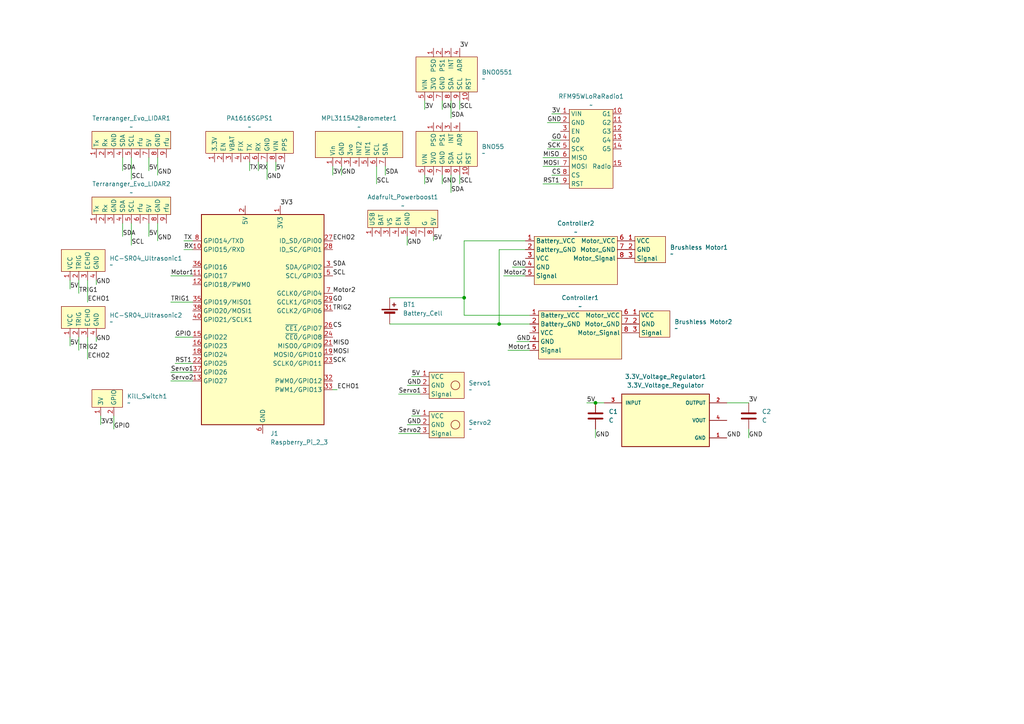
<source format=kicad_sch>
(kicad_sch
	(version 20231120)
	(generator "eeschema")
	(generator_version "8.0")
	(uuid "25d85177-e74a-4f30-bf6d-91cf67388d95")
	(paper "A4")
	(title_block
		(title "Initial Schematic")
		(date "2024-11-03")
		(rev "1")
		(company "Advanced Rocketry Club")
		(comment 1 "Aims to create an inital schematic for the liquid lander control system.")
	)
	(lib_symbols
		(symbol "Brushless Motor:Brushless_Motor"
			(exclude_from_sim no)
			(in_bom yes)
			(on_board yes)
			(property "Reference" "Brushless Motor"
				(at 0 0 0)
				(effects
					(font
						(size 1.27 1.27)
					)
				)
			)
			(property "Value" ""
				(at 0 0 0)
				(effects
					(font
						(size 1.27 1.27)
					)
				)
			)
			(property "Footprint" ""
				(at 0 0 0)
				(effects
					(font
						(size 1.27 1.27)
					)
					(hide yes)
				)
			)
			(property "Datasheet" ""
				(at 0 0 0)
				(effects
					(font
						(size 1.27 1.27)
					)
					(hide yes)
				)
			)
			(property "Description" ""
				(at 0 0 0)
				(effects
					(font
						(size 1.27 1.27)
					)
					(hide yes)
				)
			)
			(symbol "Brushless_Motor_0_1"
				(rectangle
					(start 0 -1.27)
					(end 8.89 -8.89)
					(stroke
						(width 0)
						(type default)
					)
					(fill
						(type background)
					)
				)
			)
			(symbol "Brushless_Motor_1_1"
				(pin power_in line
					(at -2.54 -2.54 0)
					(length 2.54)
					(name "VCC"
						(effects
							(font
								(size 1.27 1.27)
							)
						)
					)
					(number "1"
						(effects
							(font
								(size 1.27 1.27)
							)
						)
					)
				)
				(pin passive line
					(at -2.54 -5.08 0)
					(length 2.54)
					(name "GND"
						(effects
							(font
								(size 1.27 1.27)
							)
						)
					)
					(number "2"
						(effects
							(font
								(size 1.27 1.27)
							)
						)
					)
				)
				(pin passive line
					(at -2.54 -7.62 0)
					(length 2.54)
					(name "Signal"
						(effects
							(font
								(size 1.27 1.27)
							)
						)
					)
					(number "3"
						(effects
							(font
								(size 1.27 1.27)
							)
						)
					)
				)
			)
		)
		(symbol "Brushless Motor:Brushless_Motor_Controller"
			(exclude_from_sim no)
			(in_bom yes)
			(on_board yes)
			(property "Reference" "Brushless Motor Controller"
				(at -0.254 0 0)
				(effects
					(font
						(size 1.27 1.27)
					)
				)
			)
			(property "Value" ""
				(at 0 0 0)
				(effects
					(font
						(size 1.27 1.27)
					)
				)
			)
			(property "Footprint" ""
				(at 0 0 0)
				(effects
					(font
						(size 1.27 1.27)
					)
					(hide yes)
				)
			)
			(property "Datasheet" ""
				(at 0 0 0)
				(effects
					(font
						(size 1.27 1.27)
					)
					(hide yes)
				)
			)
			(property "Description" ""
				(at 0 0 0)
				(effects
					(font
						(size 1.27 1.27)
					)
					(hide yes)
				)
			)
			(symbol "Brushless_Motor_Controller_0_1"
				(rectangle
					(start -11.43 -1.27)
					(end 12.7 -15.24)
					(stroke
						(width 0)
						(type default)
					)
					(fill
						(type background)
					)
				)
			)
			(symbol "Brushless_Motor_Controller_1_1"
				(pin power_in line
					(at -13.97 -2.54 0)
					(length 2.54)
					(name "Battery_VCC"
						(effects
							(font
								(size 1.27 1.27)
							)
						)
					)
					(number "1"
						(effects
							(font
								(size 1.27 1.27)
							)
						)
					)
				)
				(pin passive line
					(at -13.97 -5.08 0)
					(length 2.54)
					(name "Battery_GND"
						(effects
							(font
								(size 1.27 1.27)
							)
						)
					)
					(number "2"
						(effects
							(font
								(size 1.27 1.27)
							)
						)
					)
				)
				(pin power_in line
					(at -13.97 -7.62 0)
					(length 2.54)
					(name "VCC"
						(effects
							(font
								(size 1.27 1.27)
							)
						)
					)
					(number "3"
						(effects
							(font
								(size 1.27 1.27)
							)
						)
					)
				)
				(pin passive line
					(at -13.97 -10.16 0)
					(length 2.54)
					(name "GND"
						(effects
							(font
								(size 1.27 1.27)
							)
						)
					)
					(number "4"
						(effects
							(font
								(size 1.27 1.27)
							)
						)
					)
				)
				(pin passive line
					(at -13.97 -12.7 0)
					(length 2.54)
					(name "Signal"
						(effects
							(font
								(size 1.27 1.27)
							)
						)
					)
					(number "5"
						(effects
							(font
								(size 1.27 1.27)
							)
						)
					)
				)
				(pin power_out line
					(at 15.24 -2.54 180)
					(length 2.54)
					(name "Motor_VCC"
						(effects
							(font
								(size 1.27 1.27)
							)
						)
					)
					(number "6"
						(effects
							(font
								(size 1.27 1.27)
							)
						)
					)
				)
				(pin passive line
					(at 15.24 -5.08 180)
					(length 2.54)
					(name "Motor_GND"
						(effects
							(font
								(size 1.27 1.27)
							)
						)
					)
					(number "7"
						(effects
							(font
								(size 1.27 1.27)
							)
						)
					)
				)
				(pin passive line
					(at 15.24 -7.62 180)
					(length 2.54)
					(name "Motor_Signal"
						(effects
							(font
								(size 1.27 1.27)
							)
						)
					)
					(number "8"
						(effects
							(font
								(size 1.27 1.27)
							)
						)
					)
				)
			)
		)
		(symbol "Brushless Motor:Servo"
			(exclude_from_sim no)
			(in_bom yes)
			(on_board yes)
			(property "Reference" "Servo"
				(at 0 0 0)
				(effects
					(font
						(size 1.27 1.27)
					)
				)
			)
			(property "Value" ""
				(at 0 0 0)
				(effects
					(font
						(size 1.27 1.27)
					)
				)
			)
			(property "Footprint" ""
				(at 0 0 0)
				(effects
					(font
						(size 1.27 1.27)
					)
					(hide yes)
				)
			)
			(property "Datasheet" ""
				(at 0 0 0)
				(effects
					(font
						(size 1.27 1.27)
					)
					(hide yes)
				)
			)
			(property "Description" ""
				(at 0 0 0)
				(effects
					(font
						(size 1.27 1.27)
					)
					(hide yes)
				)
			)
			(symbol "Servo_0_1"
				(rectangle
					(start -2.54 -1.27)
					(end 7.62 -8.89)
					(stroke
						(width 0)
						(type default)
					)
					(fill
						(type background)
					)
				)
				(circle
					(center 5.08 -5.08)
					(radius 1.27)
					(stroke
						(width 0)
						(type default)
					)
					(fill
						(type none)
					)
				)
			)
			(symbol "Servo_1_1"
				(pin power_in line
					(at -5.08 -2.54 0)
					(length 2.54)
					(name "VCC"
						(effects
							(font
								(size 1.27 1.27)
							)
						)
					)
					(number "1"
						(effects
							(font
								(size 1.27 1.27)
							)
						)
					)
				)
				(pin passive line
					(at -5.08 -5.08 0)
					(length 2.54)
					(name "GND"
						(effects
							(font
								(size 1.27 1.27)
							)
						)
					)
					(number "2"
						(effects
							(font
								(size 1.27 1.27)
							)
						)
					)
				)
				(pin passive line
					(at -5.08 -7.62 0)
					(length 2.54)
					(name "Signal"
						(effects
							(font
								(size 1.27 1.27)
							)
						)
					)
					(number "3"
						(effects
							(font
								(size 1.27 1.27)
							)
						)
					)
				)
			)
		)
		(symbol "Connector:Raspberry_Pi_2_3"
			(exclude_from_sim no)
			(in_bom yes)
			(on_board yes)
			(property "Reference" "J"
				(at -17.78 31.75 0)
				(effects
					(font
						(size 1.27 1.27)
					)
					(justify left bottom)
				)
			)
			(property "Value" "Raspberry_Pi_2_3"
				(at 10.16 -31.75 0)
				(effects
					(font
						(size 1.27 1.27)
					)
					(justify left top)
				)
			)
			(property "Footprint" ""
				(at 0 0 0)
				(effects
					(font
						(size 1.27 1.27)
					)
					(hide yes)
				)
			)
			(property "Datasheet" "https://www.raspberrypi.org/documentation/hardware/raspberrypi/schematics/rpi_SCH_3bplus_1p0_reduced.pdf"
				(at 60.96 -44.45 0)
				(effects
					(font
						(size 1.27 1.27)
					)
					(hide yes)
				)
			)
			(property "Description" "expansion header for Raspberry Pi 2 & 3"
				(at 0 0 0)
				(effects
					(font
						(size 1.27 1.27)
					)
					(hide yes)
				)
			)
			(property "ki_keywords" "raspberrypi gpio"
				(at 0 0 0)
				(effects
					(font
						(size 1.27 1.27)
					)
					(hide yes)
				)
			)
			(property "ki_fp_filters" "PinHeader*2x20*P2.54mm*Vertical* PinSocket*2x20*P2.54mm*Vertical*"
				(at 0 0 0)
				(effects
					(font
						(size 1.27 1.27)
					)
					(hide yes)
				)
			)
			(symbol "Raspberry_Pi_2_3_0_1"
				(rectangle
					(start -17.78 30.48)
					(end 17.78 -30.48)
					(stroke
						(width 0.254)
						(type default)
					)
					(fill
						(type background)
					)
				)
			)
			(symbol "Raspberry_Pi_2_3_1_1"
				(pin power_in line
					(at 5.08 33.02 270)
					(length 2.54)
					(name "3V3"
						(effects
							(font
								(size 1.27 1.27)
							)
						)
					)
					(number "1"
						(effects
							(font
								(size 1.27 1.27)
							)
						)
					)
				)
				(pin bidirectional line
					(at -20.32 20.32 0)
					(length 2.54)
					(name "GPIO15/RXD"
						(effects
							(font
								(size 1.27 1.27)
							)
						)
					)
					(number "10"
						(effects
							(font
								(size 1.27 1.27)
							)
						)
					)
				)
				(pin bidirectional line
					(at -20.32 12.7 0)
					(length 2.54)
					(name "GPIO17"
						(effects
							(font
								(size 1.27 1.27)
							)
						)
					)
					(number "11"
						(effects
							(font
								(size 1.27 1.27)
							)
						)
					)
				)
				(pin bidirectional line
					(at -20.32 10.16 0)
					(length 2.54)
					(name "GPIO18/PWM0"
						(effects
							(font
								(size 1.27 1.27)
							)
						)
					)
					(number "12"
						(effects
							(font
								(size 1.27 1.27)
							)
						)
					)
				)
				(pin bidirectional line
					(at -20.32 -17.78 0)
					(length 2.54)
					(name "GPIO27"
						(effects
							(font
								(size 1.27 1.27)
							)
						)
					)
					(number "13"
						(effects
							(font
								(size 1.27 1.27)
							)
						)
					)
				)
				(pin passive line
					(at 0 -33.02 90)
					(length 2.54) hide
					(name "GND"
						(effects
							(font
								(size 1.27 1.27)
							)
						)
					)
					(number "14"
						(effects
							(font
								(size 1.27 1.27)
							)
						)
					)
				)
				(pin bidirectional line
					(at -20.32 -5.08 0)
					(length 2.54)
					(name "GPIO22"
						(effects
							(font
								(size 1.27 1.27)
							)
						)
					)
					(number "15"
						(effects
							(font
								(size 1.27 1.27)
							)
						)
					)
				)
				(pin bidirectional line
					(at -20.32 -7.62 0)
					(length 2.54)
					(name "GPIO23"
						(effects
							(font
								(size 1.27 1.27)
							)
						)
					)
					(number "16"
						(effects
							(font
								(size 1.27 1.27)
							)
						)
					)
				)
				(pin passive line
					(at 5.08 33.02 270)
					(length 2.54) hide
					(name "3V3"
						(effects
							(font
								(size 1.27 1.27)
							)
						)
					)
					(number "17"
						(effects
							(font
								(size 1.27 1.27)
							)
						)
					)
				)
				(pin bidirectional line
					(at -20.32 -10.16 0)
					(length 2.54)
					(name "GPIO24"
						(effects
							(font
								(size 1.27 1.27)
							)
						)
					)
					(number "18"
						(effects
							(font
								(size 1.27 1.27)
							)
						)
					)
				)
				(pin bidirectional line
					(at 20.32 -10.16 180)
					(length 2.54)
					(name "MOSI0/GPIO10"
						(effects
							(font
								(size 1.27 1.27)
							)
						)
					)
					(number "19"
						(effects
							(font
								(size 1.27 1.27)
							)
						)
					)
				)
				(pin power_in line
					(at -5.08 33.02 270)
					(length 2.54)
					(name "5V"
						(effects
							(font
								(size 1.27 1.27)
							)
						)
					)
					(number "2"
						(effects
							(font
								(size 1.27 1.27)
							)
						)
					)
				)
				(pin passive line
					(at 0 -33.02 90)
					(length 2.54) hide
					(name "GND"
						(effects
							(font
								(size 1.27 1.27)
							)
						)
					)
					(number "20"
						(effects
							(font
								(size 1.27 1.27)
							)
						)
					)
				)
				(pin bidirectional line
					(at 20.32 -7.62 180)
					(length 2.54)
					(name "MISO0/GPIO9"
						(effects
							(font
								(size 1.27 1.27)
							)
						)
					)
					(number "21"
						(effects
							(font
								(size 1.27 1.27)
							)
						)
					)
				)
				(pin bidirectional line
					(at -20.32 -12.7 0)
					(length 2.54)
					(name "GPIO25"
						(effects
							(font
								(size 1.27 1.27)
							)
						)
					)
					(number "22"
						(effects
							(font
								(size 1.27 1.27)
							)
						)
					)
				)
				(pin bidirectional line
					(at 20.32 -12.7 180)
					(length 2.54)
					(name "SCLK0/GPIO11"
						(effects
							(font
								(size 1.27 1.27)
							)
						)
					)
					(number "23"
						(effects
							(font
								(size 1.27 1.27)
							)
						)
					)
				)
				(pin bidirectional line
					(at 20.32 -5.08 180)
					(length 2.54)
					(name "~{CE0}/GPIO8"
						(effects
							(font
								(size 1.27 1.27)
							)
						)
					)
					(number "24"
						(effects
							(font
								(size 1.27 1.27)
							)
						)
					)
				)
				(pin passive line
					(at 0 -33.02 90)
					(length 2.54) hide
					(name "GND"
						(effects
							(font
								(size 1.27 1.27)
							)
						)
					)
					(number "25"
						(effects
							(font
								(size 1.27 1.27)
							)
						)
					)
				)
				(pin bidirectional line
					(at 20.32 -2.54 180)
					(length 2.54)
					(name "~{CE1}/GPIO7"
						(effects
							(font
								(size 1.27 1.27)
							)
						)
					)
					(number "26"
						(effects
							(font
								(size 1.27 1.27)
							)
						)
					)
				)
				(pin bidirectional line
					(at 20.32 22.86 180)
					(length 2.54)
					(name "ID_SD/GPIO0"
						(effects
							(font
								(size 1.27 1.27)
							)
						)
					)
					(number "27"
						(effects
							(font
								(size 1.27 1.27)
							)
						)
					)
				)
				(pin bidirectional line
					(at 20.32 20.32 180)
					(length 2.54)
					(name "ID_SC/GPIO1"
						(effects
							(font
								(size 1.27 1.27)
							)
						)
					)
					(number "28"
						(effects
							(font
								(size 1.27 1.27)
							)
						)
					)
				)
				(pin bidirectional line
					(at 20.32 5.08 180)
					(length 2.54)
					(name "GCLK1/GPIO5"
						(effects
							(font
								(size 1.27 1.27)
							)
						)
					)
					(number "29"
						(effects
							(font
								(size 1.27 1.27)
							)
						)
					)
				)
				(pin bidirectional line
					(at 20.32 15.24 180)
					(length 2.54)
					(name "SDA/GPIO2"
						(effects
							(font
								(size 1.27 1.27)
							)
						)
					)
					(number "3"
						(effects
							(font
								(size 1.27 1.27)
							)
						)
					)
				)
				(pin passive line
					(at 0 -33.02 90)
					(length 2.54) hide
					(name "GND"
						(effects
							(font
								(size 1.27 1.27)
							)
						)
					)
					(number "30"
						(effects
							(font
								(size 1.27 1.27)
							)
						)
					)
				)
				(pin bidirectional line
					(at 20.32 2.54 180)
					(length 2.54)
					(name "GCLK2/GPIO6"
						(effects
							(font
								(size 1.27 1.27)
							)
						)
					)
					(number "31"
						(effects
							(font
								(size 1.27 1.27)
							)
						)
					)
				)
				(pin bidirectional line
					(at 20.32 -17.78 180)
					(length 2.54)
					(name "PWM0/GPIO12"
						(effects
							(font
								(size 1.27 1.27)
							)
						)
					)
					(number "32"
						(effects
							(font
								(size 1.27 1.27)
							)
						)
					)
				)
				(pin bidirectional line
					(at 20.32 -20.32 180)
					(length 2.54)
					(name "PWM1/GPIO13"
						(effects
							(font
								(size 1.27 1.27)
							)
						)
					)
					(number "33"
						(effects
							(font
								(size 1.27 1.27)
							)
						)
					)
				)
				(pin passive line
					(at 0 -33.02 90)
					(length 2.54) hide
					(name "GND"
						(effects
							(font
								(size 1.27 1.27)
							)
						)
					)
					(number "34"
						(effects
							(font
								(size 1.27 1.27)
							)
						)
					)
				)
				(pin bidirectional line
					(at -20.32 5.08 0)
					(length 2.54)
					(name "GPIO19/MISO1"
						(effects
							(font
								(size 1.27 1.27)
							)
						)
					)
					(number "35"
						(effects
							(font
								(size 1.27 1.27)
							)
						)
					)
				)
				(pin bidirectional line
					(at -20.32 15.24 0)
					(length 2.54)
					(name "GPIO16"
						(effects
							(font
								(size 1.27 1.27)
							)
						)
					)
					(number "36"
						(effects
							(font
								(size 1.27 1.27)
							)
						)
					)
				)
				(pin bidirectional line
					(at -20.32 -15.24 0)
					(length 2.54)
					(name "GPIO26"
						(effects
							(font
								(size 1.27 1.27)
							)
						)
					)
					(number "37"
						(effects
							(font
								(size 1.27 1.27)
							)
						)
					)
				)
				(pin bidirectional line
					(at -20.32 2.54 0)
					(length 2.54)
					(name "GPIO20/MOSI1"
						(effects
							(font
								(size 1.27 1.27)
							)
						)
					)
					(number "38"
						(effects
							(font
								(size 1.27 1.27)
							)
						)
					)
				)
				(pin passive line
					(at 0 -33.02 90)
					(length 2.54) hide
					(name "GND"
						(effects
							(font
								(size 1.27 1.27)
							)
						)
					)
					(number "39"
						(effects
							(font
								(size 1.27 1.27)
							)
						)
					)
				)
				(pin passive line
					(at -5.08 33.02 270)
					(length 2.54) hide
					(name "5V"
						(effects
							(font
								(size 1.27 1.27)
							)
						)
					)
					(number "4"
						(effects
							(font
								(size 1.27 1.27)
							)
						)
					)
				)
				(pin bidirectional line
					(at -20.32 0 0)
					(length 2.54)
					(name "GPIO21/SCLK1"
						(effects
							(font
								(size 1.27 1.27)
							)
						)
					)
					(number "40"
						(effects
							(font
								(size 1.27 1.27)
							)
						)
					)
				)
				(pin bidirectional line
					(at 20.32 12.7 180)
					(length 2.54)
					(name "SCL/GPIO3"
						(effects
							(font
								(size 1.27 1.27)
							)
						)
					)
					(number "5"
						(effects
							(font
								(size 1.27 1.27)
							)
						)
					)
				)
				(pin power_in line
					(at 0 -33.02 90)
					(length 2.54)
					(name "GND"
						(effects
							(font
								(size 1.27 1.27)
							)
						)
					)
					(number "6"
						(effects
							(font
								(size 1.27 1.27)
							)
						)
					)
				)
				(pin bidirectional line
					(at 20.32 7.62 180)
					(length 2.54)
					(name "GCLK0/GPIO4"
						(effects
							(font
								(size 1.27 1.27)
							)
						)
					)
					(number "7"
						(effects
							(font
								(size 1.27 1.27)
							)
						)
					)
				)
				(pin bidirectional line
					(at -20.32 22.86 0)
					(length 2.54)
					(name "GPIO14/TXD"
						(effects
							(font
								(size 1.27 1.27)
							)
						)
					)
					(number "8"
						(effects
							(font
								(size 1.27 1.27)
							)
						)
					)
				)
				(pin passive line
					(at 0 -33.02 90)
					(length 2.54) hide
					(name "GND"
						(effects
							(font
								(size 1.27 1.27)
							)
						)
					)
					(number "9"
						(effects
							(font
								(size 1.27 1.27)
							)
						)
					)
				)
			)
		)
		(symbol "Custom:3.3V_Voltage_Regulator"
			(pin_names
				(offset 1.016)
			)
			(exclude_from_sim no)
			(in_bom yes)
			(on_board yes)
			(property "Reference" "U"
				(at -0.762 8.128 0)
				(effects
					(font
						(size 1.27 1.27)
					)
					(justify left bottom)
				)
			)
			(property "Value" "3.3V_Voltage_Regulator"
				(at -10.16 -10.16 0)
				(effects
					(font
						(size 1.27 1.27)
					)
					(justify left bottom)
				)
			)
			(property "Footprint" "AZ1117IH-3.3TRG1:SOT230P700X185-4N"
				(at -1.27 10.922 0)
				(effects
					(font
						(size 1.27 1.27)
					)
					(justify bottom)
					(hide yes)
				)
			)
			(property "Datasheet" ""
				(at 0 0 0)
				(effects
					(font
						(size 1.27 1.27)
					)
					(hide yes)
				)
			)
			(property "Description" ""
				(at 0 0 0)
				(effects
					(font
						(size 1.27 1.27)
					)
					(hide yes)
				)
			)
			(property "SNAPEDA_PACKAGE_ID" "6532"
				(at 1.778 13.716 0)
				(effects
					(font
						(size 1.27 1.27)
					)
					(justify bottom)
					(hide yes)
				)
			)
			(property "MAXIMUM_PACKAGE_HEIGHT" "1.85 mm"
				(at -18.796 -5.334 0)
				(effects
					(font
						(size 1.27 1.27)
					)
					(justify bottom)
					(hide yes)
				)
			)
			(property "STANDARD" "IPC 7351B"
				(at -19.558 1.524 0)
				(effects
					(font
						(size 1.27 1.27)
					)
					(justify bottom)
					(hide yes)
				)
			)
			(property "PARTREV" "2-2"
				(at -21.082 -2.286 0)
				(effects
					(font
						(size 1.27 1.27)
					)
					(justify bottom)
					(hide yes)
				)
			)
			(property "MANUFACTURER" "Diodes Inc."
				(at -9.906 14.478 0)
				(effects
					(font
						(size 1.27 1.27)
					)
					(justify bottom)
					(hide yes)
				)
			)
			(property "SNAPEDA_PN" "AZ1117IH-3.3TRG1"
				(at -14.986 8.382 0)
				(effects
					(font
						(size 1.27 1.27)
					)
					(justify bottom)
					(hide yes)
				)
			)
			(symbol "3.3V_Voltage_Regulator_0_0"
				(rectangle
					(start -12.7 7.62)
					(end 12.7 -7.62)
					(stroke
						(width 0.254)
						(type default)
					)
					(fill
						(type background)
					)
				)
				(pin power_in line
					(at 17.78 -5.08 180)
					(length 5.08)
					(name "GND"
						(effects
							(font
								(size 1.016 1.016)
							)
						)
					)
					(number "1"
						(effects
							(font
								(size 1.016 1.016)
							)
						)
					)
				)
				(pin output line
					(at 17.78 5.08 180)
					(length 5.08)
					(name "OUTPUT"
						(effects
							(font
								(size 1.016 1.016)
							)
						)
					)
					(number "2"
						(effects
							(font
								(size 1.016 1.016)
							)
						)
					)
				)
				(pin input line
					(at -17.78 5.08 0)
					(length 5.08)
					(name "INPUT"
						(effects
							(font
								(size 1.016 1.016)
							)
						)
					)
					(number "3"
						(effects
							(font
								(size 1.016 1.016)
							)
						)
					)
				)
				(pin output line
					(at 17.78 0 180)
					(length 5.08)
					(name "VOUT"
						(effects
							(font
								(size 1.016 1.016)
							)
						)
					)
					(number "4"
						(effects
							(font
								(size 1.016 1.016)
							)
						)
					)
				)
			)
		)
		(symbol "Custom:Adafruit_Powerboost"
			(exclude_from_sim no)
			(in_bom yes)
			(on_board yes)
			(property "Reference" "Adafruit Powerboost"
				(at 0 0 0)
				(effects
					(font
						(size 1.27 1.27)
					)
				)
			)
			(property "Value" ""
				(at 0 0 0)
				(effects
					(font
						(size 1.27 1.27)
					)
				)
			)
			(property "Footprint" ""
				(at 0 0 0)
				(effects
					(font
						(size 1.27 1.27)
					)
					(hide yes)
				)
			)
			(property "Datasheet" ""
				(at 0 0 0)
				(effects
					(font
						(size 1.27 1.27)
					)
					(hide yes)
				)
			)
			(property "Description" ""
				(at 0 0 0)
				(effects
					(font
						(size 1.27 1.27)
					)
					(hide yes)
				)
			)
			(symbol "Adafruit_Powerboost_0_1"
				(rectangle
					(start -10.16 -1.27)
					(end 10.16 -6.35)
					(stroke
						(width 0)
						(type default)
					)
					(fill
						(type background)
					)
				)
			)
			(symbol "Adafruit_Powerboost_1_1"
				(pin passive line
					(at -8.89 -8.89 90)
					(length 2.54)
					(name "USB"
						(effects
							(font
								(size 1.27 1.27)
							)
						)
					)
					(number "1"
						(effects
							(font
								(size 1.27 1.27)
							)
						)
					)
				)
				(pin passive line
					(at -6.35 -8.89 90)
					(length 2.54)
					(name "BAT"
						(effects
							(font
								(size 1.27 1.27)
							)
						)
					)
					(number "2"
						(effects
							(font
								(size 1.27 1.27)
							)
						)
					)
				)
				(pin passive line
					(at -3.81 -8.89 90)
					(length 2.54)
					(name "VS"
						(effects
							(font
								(size 1.27 1.27)
							)
						)
					)
					(number "3"
						(effects
							(font
								(size 1.27 1.27)
							)
						)
					)
				)
				(pin passive line
					(at -1.27 -8.89 90)
					(length 2.54)
					(name "EN"
						(effects
							(font
								(size 1.27 1.27)
							)
						)
					)
					(number "4"
						(effects
							(font
								(size 1.27 1.27)
							)
						)
					)
				)
				(pin passive line
					(at 1.27 -8.89 90)
					(length 2.54)
					(name "GND"
						(effects
							(font
								(size 1.27 1.27)
							)
						)
					)
					(number "5"
						(effects
							(font
								(size 1.27 1.27)
							)
						)
					)
				)
				(pin passive line
					(at 3.81 -8.89 90)
					(length 2.54)
					(name ""
						(effects
							(font
								(size 1.27 1.27)
							)
						)
					)
					(number "6"
						(effects
							(font
								(size 1.27 1.27)
							)
						)
					)
				)
				(pin passive line
					(at 6.35 -8.89 90)
					(length 2.54)
					(name "G"
						(effects
							(font
								(size 1.27 1.27)
							)
						)
					)
					(number "7"
						(effects
							(font
								(size 1.27 1.27)
							)
						)
					)
				)
				(pin passive line
					(at 8.89 -8.89 90)
					(length 2.54)
					(name "5V"
						(effects
							(font
								(size 1.27 1.27)
							)
						)
					)
					(number "8"
						(effects
							(font
								(size 1.27 1.27)
							)
						)
					)
				)
			)
		)
		(symbol "Custom:BNO055_IMU"
			(exclude_from_sim no)
			(in_bom yes)
			(on_board yes)
			(property "Reference" "BNO055 IMU"
				(at 0 0 0)
				(effects
					(font
						(size 1.27 1.27)
					)
				)
			)
			(property "Value" ""
				(at 0 0 0)
				(effects
					(font
						(size 1.27 1.27)
					)
				)
			)
			(property "Footprint" ""
				(at 0 0 0)
				(effects
					(font
						(size 1.27 1.27)
					)
					(hide yes)
				)
			)
			(property "Datasheet" ""
				(at 0 0 0)
				(effects
					(font
						(size 1.27 1.27)
					)
					(hide yes)
				)
			)
			(property "Description" ""
				(at 0 0 0)
				(effects
					(font
						(size 1.27 1.27)
					)
					(hide yes)
				)
			)
			(symbol "BNO055_IMU_0_1"
				(rectangle
					(start -8.89 -10.16)
					(end 8.89 -20.32)
					(stroke
						(width 0)
						(type default)
					)
					(fill
						(type background)
					)
				)
			)
			(symbol "BNO055_IMU_1_1"
				(pin passive line
					(at -3.81 -7.62 270)
					(length 2.54)
					(name "PSO"
						(effects
							(font
								(size 1.27 1.27)
							)
						)
					)
					(number "1"
						(effects
							(font
								(size 1.27 1.27)
							)
						)
					)
				)
				(pin passive line
					(at 6.35 -22.86 90)
					(length 2.54)
					(name "RST"
						(effects
							(font
								(size 1.27 1.27)
							)
						)
					)
					(number "10"
						(effects
							(font
								(size 1.27 1.27)
							)
						)
					)
				)
				(pin passive line
					(at -1.27 -7.62 270)
					(length 2.54)
					(name "PS1"
						(effects
							(font
								(size 1.27 1.27)
							)
						)
					)
					(number "2"
						(effects
							(font
								(size 1.27 1.27)
							)
						)
					)
				)
				(pin passive line
					(at 1.27 -7.62 270)
					(length 2.54)
					(name "INT"
						(effects
							(font
								(size 1.27 1.27)
							)
						)
					)
					(number "3"
						(effects
							(font
								(size 1.27 1.27)
							)
						)
					)
				)
				(pin passive line
					(at 3.81 -7.62 270)
					(length 2.54)
					(name "ADR"
						(effects
							(font
								(size 1.27 1.27)
							)
						)
					)
					(number "4"
						(effects
							(font
								(size 1.27 1.27)
							)
						)
					)
				)
				(pin power_in line
					(at -6.35 -22.86 90)
					(length 2.54)
					(name "VIN"
						(effects
							(font
								(size 1.27 1.27)
							)
						)
					)
					(number "5"
						(effects
							(font
								(size 1.27 1.27)
							)
						)
					)
				)
				(pin passive line
					(at -3.81 -22.86 90)
					(length 2.54)
					(name "3VO"
						(effects
							(font
								(size 1.27 1.27)
							)
						)
					)
					(number "6"
						(effects
							(font
								(size 1.27 1.27)
							)
						)
					)
				)
				(pin passive line
					(at -1.27 -22.86 90)
					(length 2.54)
					(name "GND"
						(effects
							(font
								(size 1.27 1.27)
							)
						)
					)
					(number "7"
						(effects
							(font
								(size 1.27 1.27)
							)
						)
					)
				)
				(pin passive line
					(at 1.27 -22.86 90)
					(length 2.54)
					(name "SDA"
						(effects
							(font
								(size 1.27 1.27)
							)
						)
					)
					(number "8"
						(effects
							(font
								(size 1.27 1.27)
							)
						)
					)
				)
				(pin passive line
					(at 3.81 -22.86 90)
					(length 2.54)
					(name "SCL"
						(effects
							(font
								(size 1.27 1.27)
							)
						)
					)
					(number "9"
						(effects
							(font
								(size 1.27 1.27)
							)
						)
					)
				)
			)
		)
		(symbol "Custom:HC-SR04_Ultrasonic"
			(exclude_from_sim no)
			(in_bom yes)
			(on_board yes)
			(property "Reference" "HC-SR04 Ultrasonic"
				(at 0 0 0)
				(effects
					(font
						(size 1.27 1.27)
					)
				)
			)
			(property "Value" ""
				(at 0 0 0)
				(effects
					(font
						(size 1.27 1.27)
					)
				)
			)
			(property "Footprint" ""
				(at 0 0 0)
				(effects
					(font
						(size 1.27 1.27)
					)
					(hide yes)
				)
			)
			(property "Datasheet" ""
				(at 0 0 0)
				(effects
					(font
						(size 1.27 1.27)
					)
					(hide yes)
				)
			)
			(property "Description" ""
				(at 0 0 0)
				(effects
					(font
						(size 1.27 1.27)
					)
					(hide yes)
				)
			)
			(symbol "HC-SR04_Ultrasonic_0_1"
				(rectangle
					(start -6.35 -1.27)
					(end 6.35 -7.62)
					(stroke
						(width 0)
						(type default)
					)
					(fill
						(type background)
					)
				)
			)
			(symbol "HC-SR04_Ultrasonic_1_1"
				(pin power_in line
					(at -3.81 -10.16 90)
					(length 2.54)
					(name "VCC"
						(effects
							(font
								(size 1.27 1.27)
							)
						)
					)
					(number "1"
						(effects
							(font
								(size 1.27 1.27)
							)
						)
					)
				)
				(pin passive line
					(at -1.27 -10.16 90)
					(length 2.54)
					(name "TRIG"
						(effects
							(font
								(size 1.27 1.27)
							)
						)
					)
					(number "2"
						(effects
							(font
								(size 1.27 1.27)
							)
						)
					)
				)
				(pin passive line
					(at 1.27 -10.16 90)
					(length 2.54)
					(name "ECHO"
						(effects
							(font
								(size 1.27 1.27)
							)
						)
					)
					(number "3"
						(effects
							(font
								(size 1.27 1.27)
							)
						)
					)
				)
				(pin passive line
					(at 3.81 -10.16 90)
					(length 2.54)
					(name "GND"
						(effects
							(font
								(size 1.27 1.27)
							)
						)
					)
					(number "4"
						(effects
							(font
								(size 1.27 1.27)
							)
						)
					)
				)
			)
		)
		(symbol "Custom:Kill_Switch"
			(exclude_from_sim no)
			(in_bom yes)
			(on_board yes)
			(property "Reference" "Kill Switch"
				(at 0 0 0)
				(effects
					(font
						(size 1.27 1.27)
					)
				)
			)
			(property "Value" ""
				(at 0 0 0)
				(effects
					(font
						(size 1.27 1.27)
					)
				)
			)
			(property "Footprint" ""
				(at 0 0 0)
				(effects
					(font
						(size 1.27 1.27)
					)
					(hide yes)
				)
			)
			(property "Datasheet" ""
				(at 0 0 0)
				(effects
					(font
						(size 1.27 1.27)
					)
					(hide yes)
				)
			)
			(property "Description" ""
				(at 0 0 0)
				(effects
					(font
						(size 1.27 1.27)
					)
					(hide yes)
				)
			)
			(symbol "Kill_Switch_0_1"
				(rectangle
					(start -3.81 -1.27)
					(end 5.08 -6.35)
					(stroke
						(width 0)
						(type default)
					)
					(fill
						(type background)
					)
				)
			)
			(symbol "Kill_Switch_1_1"
				(pin input line
					(at -1.27 -8.89 90)
					(length 2.54)
					(name "3V"
						(effects
							(font
								(size 1.27 1.27)
							)
						)
					)
					(number "1"
						(effects
							(font
								(size 1.27 1.27)
							)
						)
					)
				)
				(pin passive line
					(at 2.54 -8.89 90)
					(length 2.54)
					(name "GPIO"
						(effects
							(font
								(size 1.27 1.27)
							)
						)
					)
					(number "2"
						(effects
							(font
								(size 1.27 1.27)
							)
						)
					)
				)
			)
		)
		(symbol "Custom:MPL3115A2_Barometer"
			(exclude_from_sim no)
			(in_bom yes)
			(on_board yes)
			(property "Reference" "MPL3115A2 Barometer"
				(at 0 0 0)
				(effects
					(font
						(size 1.27 1.27)
					)
				)
			)
			(property "Value" ""
				(at 0 0 0)
				(effects
					(font
						(size 1.27 1.27)
					)
				)
			)
			(property "Footprint" ""
				(at 0 0 0)
				(effects
					(font
						(size 1.27 1.27)
					)
					(hide yes)
				)
			)
			(property "Datasheet" ""
				(at 0 0 0)
				(effects
					(font
						(size 1.27 1.27)
					)
					(hide yes)
				)
			)
			(property "Description" ""
				(at 0 0 0)
				(effects
					(font
						(size 1.27 1.27)
					)
					(hide yes)
				)
			)
			(symbol "MPL3115A2_Barometer_0_1"
				(rectangle
					(start -12.7 1.27)
					(end 12.7 -6.35)
					(stroke
						(width 0)
						(type default)
					)
					(fill
						(type background)
					)
				)
			)
			(symbol "MPL3115A2_Barometer_1_1"
				(pin power_in line
					(at -7.62 -8.89 90)
					(length 2.54)
					(name "Vin"
						(effects
							(font
								(size 1.27 1.27)
							)
						)
					)
					(number "1"
						(effects
							(font
								(size 1.27 1.27)
							)
						)
					)
				)
				(pin passive line
					(at -5.08 -8.89 90)
					(length 2.54)
					(name "GND"
						(effects
							(font
								(size 1.27 1.27)
							)
						)
					)
					(number "2"
						(effects
							(font
								(size 1.27 1.27)
							)
						)
					)
				)
				(pin passive line
					(at -2.54 -8.89 90)
					(length 2.54)
					(name "3vo"
						(effects
							(font
								(size 1.27 1.27)
							)
						)
					)
					(number "3"
						(effects
							(font
								(size 1.27 1.27)
							)
						)
					)
				)
				(pin passive line
					(at 0 -8.89 90)
					(length 2.54)
					(name "INT2"
						(effects
							(font
								(size 1.27 1.27)
							)
						)
					)
					(number "4"
						(effects
							(font
								(size 1.27 1.27)
							)
						)
					)
				)
				(pin passive line
					(at 2.54 -8.89 90)
					(length 2.54)
					(name "INT1"
						(effects
							(font
								(size 1.27 1.27)
							)
						)
					)
					(number "5"
						(effects
							(font
								(size 1.27 1.27)
							)
						)
					)
				)
				(pin passive line
					(at 5.08 -8.89 90)
					(length 2.54)
					(name "SCL"
						(effects
							(font
								(size 1.27 1.27)
							)
						)
					)
					(number "6"
						(effects
							(font
								(size 1.27 1.27)
							)
						)
					)
				)
				(pin passive line
					(at 7.62 -8.89 90)
					(length 2.54)
					(name "SDA"
						(effects
							(font
								(size 1.27 1.27)
							)
						)
					)
					(number "7"
						(effects
							(font
								(size 1.27 1.27)
							)
						)
					)
				)
			)
		)
		(symbol "Custom:PA1616S_GPS"
			(exclude_from_sim no)
			(in_bom yes)
			(on_board yes)
			(property "Reference" "PA1616S GPS"
				(at 0 0 0)
				(effects
					(font
						(size 1.27 1.27)
					)
				)
			)
			(property "Value" ""
				(at 0 0 0)
				(effects
					(font
						(size 1.27 1.27)
					)
				)
			)
			(property "Footprint" ""
				(at 0 0 0)
				(effects
					(font
						(size 1.27 1.27)
					)
					(hide yes)
				)
			)
			(property "Datasheet" ""
				(at 0 0 0)
				(effects
					(font
						(size 1.27 1.27)
					)
					(hide yes)
				)
			)
			(property "Description" ""
				(at 0 0 0)
				(effects
					(font
						(size 1.27 1.27)
					)
					(hide yes)
				)
			)
			(symbol "PA1616S_GPS_0_1"
				(rectangle
					(start -12.7 -1.27)
					(end 12.7 -7.62)
					(stroke
						(width 0)
						(type default)
					)
					(fill
						(type background)
					)
				)
			)
			(symbol "PA1616S_GPS_1_1"
				(pin passive line
					(at -10.16 -10.16 90)
					(length 2.54)
					(name "3.3V"
						(effects
							(font
								(size 1.27 1.27)
							)
						)
					)
					(number "1"
						(effects
							(font
								(size 1.27 1.27)
							)
						)
					)
				)
				(pin passive line
					(at -7.62 -10.16 90)
					(length 2.54)
					(name "EN"
						(effects
							(font
								(size 1.27 1.27)
							)
						)
					)
					(number "2"
						(effects
							(font
								(size 1.27 1.27)
							)
						)
					)
				)
				(pin passive line
					(at -5.08 -10.16 90)
					(length 2.54)
					(name "VBAT"
						(effects
							(font
								(size 1.27 1.27)
							)
						)
					)
					(number "3"
						(effects
							(font
								(size 1.27 1.27)
							)
						)
					)
				)
				(pin passive line
					(at -2.54 -10.16 90)
					(length 2.54)
					(name "FIX"
						(effects
							(font
								(size 1.27 1.27)
							)
						)
					)
					(number "4"
						(effects
							(font
								(size 1.27 1.27)
							)
						)
					)
				)
				(pin passive line
					(at 0 -10.16 90)
					(length 2.54)
					(name "TX"
						(effects
							(font
								(size 1.27 1.27)
							)
						)
					)
					(number "5"
						(effects
							(font
								(size 1.27 1.27)
							)
						)
					)
				)
				(pin passive line
					(at 2.54 -10.16 90)
					(length 2.54)
					(name "RX"
						(effects
							(font
								(size 1.27 1.27)
							)
						)
					)
					(number "6"
						(effects
							(font
								(size 1.27 1.27)
							)
						)
					)
				)
				(pin passive line
					(at 5.08 -10.16 90)
					(length 2.54)
					(name "GND"
						(effects
							(font
								(size 1.27 1.27)
							)
						)
					)
					(number "7"
						(effects
							(font
								(size 1.27 1.27)
							)
						)
					)
				)
				(pin power_in line
					(at 7.62 -10.16 90)
					(length 2.54)
					(name "VIN"
						(effects
							(font
								(size 1.27 1.27)
							)
						)
					)
					(number "8"
						(effects
							(font
								(size 1.27 1.27)
							)
						)
					)
				)
				(pin passive line
					(at 10.16 -10.16 90)
					(length 2.54)
					(name "PPS"
						(effects
							(font
								(size 1.27 1.27)
							)
						)
					)
					(number "9"
						(effects
							(font
								(size 1.27 1.27)
							)
						)
					)
				)
			)
		)
		(symbol "Custom:RFM95W_LoRa_Radio"
			(exclude_from_sim no)
			(in_bom yes)
			(on_board yes)
			(property "Reference" "RFM95W LoRa Radio"
				(at 0 0 0)
				(effects
					(font
						(size 1.27 1.27)
					)
				)
			)
			(property "Value" ""
				(at 0 0 0)
				(effects
					(font
						(size 1.27 1.27)
					)
				)
			)
			(property "Footprint" ""
				(at 0 0 0)
				(effects
					(font
						(size 1.27 1.27)
					)
					(hide yes)
				)
			)
			(property "Datasheet" ""
				(at 0 0 0)
				(effects
					(font
						(size 1.27 1.27)
					)
					(hide yes)
				)
			)
			(property "Description" ""
				(at 0 0 0)
				(effects
					(font
						(size 1.27 1.27)
					)
					(hide yes)
				)
			)
			(symbol "RFM95W_LoRa_Radio_0_1"
				(rectangle
					(start -6.35 -1.27)
					(end 6.35 -24.13)
					(stroke
						(width 0)
						(type default)
					)
					(fill
						(type background)
					)
				)
			)
			(symbol "RFM95W_LoRa_Radio_1_1"
				(pin power_in line
					(at -8.89 -2.54 0)
					(length 2.54)
					(name "VIN"
						(effects
							(font
								(size 1.27 1.27)
							)
						)
					)
					(number "1"
						(effects
							(font
								(size 1.27 1.27)
							)
						)
					)
				)
				(pin passive line
					(at 8.89 -2.54 180)
					(length 2.54)
					(name "G1"
						(effects
							(font
								(size 1.27 1.27)
							)
						)
					)
					(number "10"
						(effects
							(font
								(size 1.27 1.27)
							)
						)
					)
				)
				(pin passive line
					(at 8.89 -5.08 180)
					(length 2.54)
					(name "G2"
						(effects
							(font
								(size 1.27 1.27)
							)
						)
					)
					(number "11"
						(effects
							(font
								(size 1.27 1.27)
							)
						)
					)
				)
				(pin passive line
					(at 8.89 -7.62 180)
					(length 2.54)
					(name "G3"
						(effects
							(font
								(size 1.27 1.27)
							)
						)
					)
					(number "12"
						(effects
							(font
								(size 1.27 1.27)
							)
						)
					)
				)
				(pin passive line
					(at 8.89 -10.16 180)
					(length 2.54)
					(name "G4"
						(effects
							(font
								(size 1.27 1.27)
							)
						)
					)
					(number "13"
						(effects
							(font
								(size 1.27 1.27)
							)
						)
					)
				)
				(pin passive line
					(at 8.89 -12.7 180)
					(length 2.54)
					(name "G5"
						(effects
							(font
								(size 1.27 1.27)
							)
						)
					)
					(number "14"
						(effects
							(font
								(size 1.27 1.27)
							)
						)
					)
				)
				(pin passive line
					(at 8.89 -17.78 180)
					(length 2.54)
					(name "Radio"
						(effects
							(font
								(size 1.27 1.27)
							)
						)
					)
					(number "15"
						(effects
							(font
								(size 1.27 1.27)
							)
						)
					)
				)
				(pin passive line
					(at -8.89 -5.08 0)
					(length 2.54)
					(name "GND"
						(effects
							(font
								(size 1.27 1.27)
							)
						)
					)
					(number "2"
						(effects
							(font
								(size 1.27 1.27)
							)
						)
					)
				)
				(pin passive line
					(at -8.89 -7.62 0)
					(length 2.54)
					(name "EN"
						(effects
							(font
								(size 1.27 1.27)
							)
						)
					)
					(number "3"
						(effects
							(font
								(size 1.27 1.27)
							)
						)
					)
				)
				(pin passive line
					(at -8.89 -10.16 0)
					(length 2.54)
					(name "G0"
						(effects
							(font
								(size 1.27 1.27)
							)
						)
					)
					(number "4"
						(effects
							(font
								(size 1.27 1.27)
							)
						)
					)
				)
				(pin passive line
					(at -8.89 -12.7 0)
					(length 2.54)
					(name "SCK"
						(effects
							(font
								(size 1.27 1.27)
							)
						)
					)
					(number "5"
						(effects
							(font
								(size 1.27 1.27)
							)
						)
					)
				)
				(pin passive line
					(at -8.89 -15.24 0)
					(length 2.54)
					(name "MISO"
						(effects
							(font
								(size 1.27 1.27)
							)
						)
					)
					(number "6"
						(effects
							(font
								(size 1.27 1.27)
							)
						)
					)
				)
				(pin passive line
					(at -8.89 -17.78 0)
					(length 2.54)
					(name "MOSI"
						(effects
							(font
								(size 1.27 1.27)
							)
						)
					)
					(number "7"
						(effects
							(font
								(size 1.27 1.27)
							)
						)
					)
				)
				(pin passive line
					(at -8.89 -20.32 0)
					(length 2.54)
					(name "CS"
						(effects
							(font
								(size 1.27 1.27)
							)
						)
					)
					(number "8"
						(effects
							(font
								(size 1.27 1.27)
							)
						)
					)
				)
				(pin passive line
					(at -8.89 -22.86 0)
					(length 2.54)
					(name "RST"
						(effects
							(font
								(size 1.27 1.27)
							)
						)
					)
					(number "9"
						(effects
							(font
								(size 1.27 1.27)
							)
						)
					)
				)
			)
		)
		(symbol "Custom:Terraranger_Evo_LIDAR"
			(exclude_from_sim no)
			(in_bom yes)
			(on_board yes)
			(property "Reference" "Terraranger Evo LIDAR"
				(at 0 0 0)
				(effects
					(font
						(size 1.27 1.27)
					)
				)
			)
			(property "Value" ""
				(at 0 0 0)
				(effects
					(font
						(size 1.27 1.27)
					)
				)
			)
			(property "Footprint" ""
				(at 0 0 0)
				(effects
					(font
						(size 1.27 1.27)
					)
					(hide yes)
				)
			)
			(property "Datasheet" ""
				(at 0 0 0)
				(effects
					(font
						(size 1.27 1.27)
					)
					(hide yes)
				)
			)
			(property "Description" ""
				(at 0 0 0)
				(effects
					(font
						(size 1.27 1.27)
					)
					(hide yes)
				)
			)
			(symbol "Terraranger_Evo_LIDAR_0_1"
				(rectangle
					(start -11.43 -1.27)
					(end 11.43 -6.35)
					(stroke
						(width 0)
						(type default)
					)
					(fill
						(type background)
					)
				)
			)
			(symbol "Terraranger_Evo_LIDAR_1_1"
				(pin passive line
					(at -10.16 -8.89 90)
					(length 2.54)
					(name "Tx"
						(effects
							(font
								(size 1.27 1.27)
							)
						)
					)
					(number "1"
						(effects
							(font
								(size 1.27 1.27)
							)
						)
					)
				)
				(pin passive line
					(at -7.62 -8.89 90)
					(length 2.54)
					(name "Rx"
						(effects
							(font
								(size 1.27 1.27)
							)
						)
					)
					(number "2"
						(effects
							(font
								(size 1.27 1.27)
							)
						)
					)
				)
				(pin passive line
					(at -5.08 -8.89 90)
					(length 2.54)
					(name "GND"
						(effects
							(font
								(size 1.27 1.27)
							)
						)
					)
					(number "3"
						(effects
							(font
								(size 1.27 1.27)
							)
						)
					)
				)
				(pin passive line
					(at -2.54 -8.89 90)
					(length 2.54)
					(name "SDA"
						(effects
							(font
								(size 1.27 1.27)
							)
						)
					)
					(number "4"
						(effects
							(font
								(size 1.27 1.27)
							)
						)
					)
				)
				(pin passive line
					(at 0 -8.89 90)
					(length 2.54)
					(name "SCL"
						(effects
							(font
								(size 1.27 1.27)
							)
						)
					)
					(number "5"
						(effects
							(font
								(size 1.27 1.27)
							)
						)
					)
				)
				(pin passive line
					(at 2.54 -8.89 90)
					(length 2.54)
					(name "rfu"
						(effects
							(font
								(size 1.27 1.27)
							)
						)
					)
					(number "6"
						(effects
							(font
								(size 1.27 1.27)
							)
						)
					)
				)
				(pin input line
					(at 5.08 -8.89 90)
					(length 2.54)
					(name "5V"
						(effects
							(font
								(size 1.27 1.27)
							)
						)
					)
					(number "7"
						(effects
							(font
								(size 1.27 1.27)
							)
						)
					)
				)
				(pin passive line
					(at 7.62 -8.89 90)
					(length 2.54)
					(name "GND"
						(effects
							(font
								(size 1.27 1.27)
							)
						)
					)
					(number "8"
						(effects
							(font
								(size 1.27 1.27)
							)
						)
					)
				)
				(pin passive line
					(at 10.16 -8.89 90)
					(length 2.54)
					(name "rfu"
						(effects
							(font
								(size 1.27 1.27)
							)
						)
					)
					(number "9"
						(effects
							(font
								(size 1.27 1.27)
							)
						)
					)
				)
			)
		)
		(symbol "Device:Battery_Cell"
			(pin_numbers hide)
			(pin_names
				(offset 0) hide)
			(exclude_from_sim no)
			(in_bom yes)
			(on_board yes)
			(property "Reference" "BT"
				(at 2.54 2.54 0)
				(effects
					(font
						(size 1.27 1.27)
					)
					(justify left)
				)
			)
			(property "Value" "Battery_Cell"
				(at 2.54 0 0)
				(effects
					(font
						(size 1.27 1.27)
					)
					(justify left)
				)
			)
			(property "Footprint" ""
				(at 0 1.524 90)
				(effects
					(font
						(size 1.27 1.27)
					)
					(hide yes)
				)
			)
			(property "Datasheet" "~"
				(at 0 1.524 90)
				(effects
					(font
						(size 1.27 1.27)
					)
					(hide yes)
				)
			)
			(property "Description" "Single-cell battery"
				(at 0 0 0)
				(effects
					(font
						(size 1.27 1.27)
					)
					(hide yes)
				)
			)
			(property "ki_keywords" "battery cell"
				(at 0 0 0)
				(effects
					(font
						(size 1.27 1.27)
					)
					(hide yes)
				)
			)
			(symbol "Battery_Cell_0_1"
				(rectangle
					(start -2.286 1.778)
					(end 2.286 1.524)
					(stroke
						(width 0)
						(type default)
					)
					(fill
						(type outline)
					)
				)
				(rectangle
					(start -1.524 1.016)
					(end 1.524 0.508)
					(stroke
						(width 0)
						(type default)
					)
					(fill
						(type outline)
					)
				)
				(polyline
					(pts
						(xy 0 0.762) (xy 0 0)
					)
					(stroke
						(width 0)
						(type default)
					)
					(fill
						(type none)
					)
				)
				(polyline
					(pts
						(xy 0 1.778) (xy 0 2.54)
					)
					(stroke
						(width 0)
						(type default)
					)
					(fill
						(type none)
					)
				)
				(polyline
					(pts
						(xy 0.762 3.048) (xy 1.778 3.048)
					)
					(stroke
						(width 0.254)
						(type default)
					)
					(fill
						(type none)
					)
				)
				(polyline
					(pts
						(xy 1.27 3.556) (xy 1.27 2.54)
					)
					(stroke
						(width 0.254)
						(type default)
					)
					(fill
						(type none)
					)
				)
			)
			(symbol "Battery_Cell_1_1"
				(pin passive line
					(at 0 5.08 270)
					(length 2.54)
					(name "+"
						(effects
							(font
								(size 1.27 1.27)
							)
						)
					)
					(number "1"
						(effects
							(font
								(size 1.27 1.27)
							)
						)
					)
				)
				(pin passive line
					(at 0 -2.54 90)
					(length 2.54)
					(name "-"
						(effects
							(font
								(size 1.27 1.27)
							)
						)
					)
					(number "2"
						(effects
							(font
								(size 1.27 1.27)
							)
						)
					)
				)
			)
		)
		(symbol "Device:C"
			(pin_numbers hide)
			(pin_names
				(offset 0.254)
			)
			(exclude_from_sim no)
			(in_bom yes)
			(on_board yes)
			(property "Reference" "C"
				(at 0.635 2.54 0)
				(effects
					(font
						(size 1.27 1.27)
					)
					(justify left)
				)
			)
			(property "Value" "C"
				(at 0.635 -2.54 0)
				(effects
					(font
						(size 1.27 1.27)
					)
					(justify left)
				)
			)
			(property "Footprint" ""
				(at 0.9652 -3.81 0)
				(effects
					(font
						(size 1.27 1.27)
					)
					(hide yes)
				)
			)
			(property "Datasheet" "~"
				(at 0 0 0)
				(effects
					(font
						(size 1.27 1.27)
					)
					(hide yes)
				)
			)
			(property "Description" "Unpolarized capacitor"
				(at 0 0 0)
				(effects
					(font
						(size 1.27 1.27)
					)
					(hide yes)
				)
			)
			(property "ki_keywords" "cap capacitor"
				(at 0 0 0)
				(effects
					(font
						(size 1.27 1.27)
					)
					(hide yes)
				)
			)
			(property "ki_fp_filters" "C_*"
				(at 0 0 0)
				(effects
					(font
						(size 1.27 1.27)
					)
					(hide yes)
				)
			)
			(symbol "C_0_1"
				(polyline
					(pts
						(xy -2.032 -0.762) (xy 2.032 -0.762)
					)
					(stroke
						(width 0.508)
						(type default)
					)
					(fill
						(type none)
					)
				)
				(polyline
					(pts
						(xy -2.032 0.762) (xy 2.032 0.762)
					)
					(stroke
						(width 0.508)
						(type default)
					)
					(fill
						(type none)
					)
				)
			)
			(symbol "C_1_1"
				(pin passive line
					(at 0 3.81 270)
					(length 2.794)
					(name "~"
						(effects
							(font
								(size 1.27 1.27)
							)
						)
					)
					(number "1"
						(effects
							(font
								(size 1.27 1.27)
							)
						)
					)
				)
				(pin passive line
					(at 0 -3.81 90)
					(length 2.794)
					(name "~"
						(effects
							(font
								(size 1.27 1.27)
							)
						)
					)
					(number "2"
						(effects
							(font
								(size 1.27 1.27)
							)
						)
					)
				)
			)
		)
	)
	(junction
		(at 134.62 86.36)
		(diameter 0)
		(color 0 0 0 0)
		(uuid "4f5bf432-7522-44eb-a5f2-5ef1f8e28c9b")
	)
	(junction
		(at 144.78 93.98)
		(diameter 0)
		(color 0 0 0 0)
		(uuid "807e0485-64db-49f0-989f-b00b3610c485")
	)
	(junction
		(at 172.72 116.84)
		(diameter 0)
		(color 0 0 0 0)
		(uuid "c7c613f3-0fcc-4fd8-ba67-e2c1ef8f578a")
	)
	(wire
		(pts
			(xy 38.1 45.72) (xy 38.1 52.07)
		)
		(stroke
			(width 0)
			(type default)
		)
		(uuid "00279296-f222-411e-b05e-8640633e6e34")
	)
	(wire
		(pts
			(xy 162.56 40.64) (xy 160.02 40.64)
		)
		(stroke
			(width 0)
			(type default)
		)
		(uuid "0685db8d-bc62-4589-aea9-e4fc1def7256")
	)
	(wire
		(pts
			(xy 119.38 120.65) (xy 121.92 120.65)
		)
		(stroke
			(width 0)
			(type default)
		)
		(uuid "0d301b87-8f69-47c6-bb2f-2e96f47ea227")
	)
	(wire
		(pts
			(xy 172.72 116.84) (xy 175.26 116.84)
		)
		(stroke
			(width 0)
			(type default)
		)
		(uuid "12e48cd6-3894-4678-ac58-2c3f776bb287")
	)
	(wire
		(pts
			(xy 162.56 43.18) (xy 158.75 43.18)
		)
		(stroke
			(width 0)
			(type default)
		)
		(uuid "18146b04-7e62-45c4-a2ca-9f5bfc2ef799")
	)
	(wire
		(pts
			(xy 144.78 93.98) (xy 153.67 93.98)
		)
		(stroke
			(width 0)
			(type default)
		)
		(uuid "1c5d0770-db90-4583-88d2-d7730e473abe")
	)
	(wire
		(pts
			(xy 25.4 104.14) (xy 25.4 97.79)
		)
		(stroke
			(width 0)
			(type default)
		)
		(uuid "1c628a97-7614-48a9-964a-d99abc6de018")
	)
	(wire
		(pts
			(xy 113.03 93.98) (xy 144.78 93.98)
		)
		(stroke
			(width 0)
			(type default)
		)
		(uuid "1dd696e9-bbab-407f-91fd-59659cd63116")
	)
	(wire
		(pts
			(xy 119.38 109.22) (xy 121.92 109.22)
		)
		(stroke
			(width 0)
			(type default)
		)
		(uuid "22017c39-fc78-47a8-a022-e7063bb5152b")
	)
	(wire
		(pts
			(xy 152.4 80.01) (xy 146.05 80.01)
		)
		(stroke
			(width 0)
			(type default)
		)
		(uuid "2772ee45-1dff-4b8b-90a5-c72823bbb489")
	)
	(wire
		(pts
			(xy 27.94 82.55) (xy 27.94 81.28)
		)
		(stroke
			(width 0)
			(type default)
		)
		(uuid "2c82aac1-4ab6-4f78-8bc6-c57945ef0e81")
	)
	(wire
		(pts
			(xy 162.56 53.34) (xy 157.48 53.34)
		)
		(stroke
			(width 0)
			(type default)
		)
		(uuid "2ce333e0-38f1-4157-9ad3-fe50339d6cea")
	)
	(wire
		(pts
			(xy 27.94 99.06) (xy 27.94 97.79)
		)
		(stroke
			(width 0)
			(type default)
		)
		(uuid "32868bf1-1bef-40e3-8c32-6bcd3968d965")
	)
	(wire
		(pts
			(xy 53.34 69.85) (xy 55.88 69.85)
		)
		(stroke
			(width 0)
			(type default)
		)
		(uuid "34c0151c-e098-4835-b62d-f2f667163ef7")
	)
	(wire
		(pts
			(xy 121.92 125.73) (xy 115.57 125.73)
		)
		(stroke
			(width 0)
			(type default)
		)
		(uuid "38de7bd6-b1ca-49dc-9b0e-cbad2d5eed62")
	)
	(wire
		(pts
			(xy 133.35 53.34) (xy 133.35 50.8)
		)
		(stroke
			(width 0)
			(type default)
		)
		(uuid "3fbe2531-a351-4d95-911d-e47056c59b0c")
	)
	(wire
		(pts
			(xy 210.82 116.84) (xy 217.17 116.84)
		)
		(stroke
			(width 0)
			(type default)
		)
		(uuid "40929949-e330-4770-989b-cc94722543f4")
	)
	(wire
		(pts
			(xy 49.53 110.49) (xy 55.88 110.49)
		)
		(stroke
			(width 0)
			(type default)
		)
		(uuid "43705e02-202c-415b-93d6-62d6d0905f5c")
	)
	(wire
		(pts
			(xy 45.72 64.77) (xy 45.72 69.85)
		)
		(stroke
			(width 0)
			(type default)
		)
		(uuid "4a5070b8-c6f8-4014-9024-432359581f61")
	)
	(wire
		(pts
			(xy 43.18 64.77) (xy 43.18 68.58)
		)
		(stroke
			(width 0)
			(type default)
		)
		(uuid "51320c12-6d58-497a-b995-38b4de41a005")
	)
	(wire
		(pts
			(xy 160.02 33.02) (xy 162.56 33.02)
		)
		(stroke
			(width 0)
			(type default)
		)
		(uuid "5714dff2-04a2-432a-8f19-5ebe4e20ebe9")
	)
	(wire
		(pts
			(xy 123.19 29.21) (xy 123.19 31.75)
		)
		(stroke
			(width 0)
			(type default)
		)
		(uuid "5f9f38ce-2472-49e3-a695-b82024bbe8c9")
	)
	(wire
		(pts
			(xy 153.67 101.6) (xy 147.32 101.6)
		)
		(stroke
			(width 0)
			(type default)
		)
		(uuid "691a43bb-d343-427d-9445-b70a600c7a1d")
	)
	(wire
		(pts
			(xy 99.06 50.8) (xy 99.06 48.26)
		)
		(stroke
			(width 0)
			(type default)
		)
		(uuid "7517195f-01a3-46a4-b34a-e3569298e75d")
	)
	(wire
		(pts
			(xy 118.11 123.19) (xy 121.92 123.19)
		)
		(stroke
			(width 0)
			(type default)
		)
		(uuid "77849663-8a11-413e-af8a-179329428a76")
	)
	(wire
		(pts
			(xy 134.62 86.36) (xy 134.62 91.44)
		)
		(stroke
			(width 0)
			(type default)
		)
		(uuid "781b0141-201b-4d7c-8b64-537d13fe5866")
	)
	(wire
		(pts
			(xy 49.53 87.63) (xy 55.88 87.63)
		)
		(stroke
			(width 0)
			(type default)
		)
		(uuid "7e674f0e-b70e-4d15-a40f-de00acce762d")
	)
	(wire
		(pts
			(xy 22.86 101.6) (xy 22.86 97.79)
		)
		(stroke
			(width 0)
			(type default)
		)
		(uuid "7f8b2df3-6240-43a6-8534-e77952395f24")
	)
	(wire
		(pts
			(xy 80.01 49.53) (xy 80.01 46.99)
		)
		(stroke
			(width 0)
			(type default)
		)
		(uuid "83bfd0f8-81ed-47af-ab29-b808c45c170d")
	)
	(wire
		(pts
			(xy 113.03 86.36) (xy 134.62 86.36)
		)
		(stroke
			(width 0)
			(type default)
		)
		(uuid "889c1ab1-250b-4397-a7da-f4c05cab96a5")
	)
	(wire
		(pts
			(xy 50.8 97.79) (xy 55.88 97.79)
		)
		(stroke
			(width 0)
			(type default)
		)
		(uuid "88e30077-deb6-4607-952e-800bbebed93c")
	)
	(wire
		(pts
			(xy 20.32 81.28) (xy 20.32 83.82)
		)
		(stroke
			(width 0)
			(type default)
		)
		(uuid "8b01692d-76f8-4f87-88b3-98a840fcdd87")
	)
	(wire
		(pts
			(xy 50.8 105.41) (xy 55.88 105.41)
		)
		(stroke
			(width 0)
			(type default)
		)
		(uuid "8d0f24c9-1fc6-4450-ae59-52030e23b892")
	)
	(wire
		(pts
			(xy 152.4 72.39) (xy 144.78 72.39)
		)
		(stroke
			(width 0)
			(type default)
		)
		(uuid "8dc135e3-b1d8-4095-837a-67389f8fa575")
	)
	(wire
		(pts
			(xy 45.72 45.72) (xy 45.72 50.8)
		)
		(stroke
			(width 0)
			(type default)
		)
		(uuid "94ad95e9-43b8-435d-ab40-ff464e360d43")
	)
	(wire
		(pts
			(xy 35.56 45.72) (xy 35.56 49.53)
		)
		(stroke
			(width 0)
			(type default)
		)
		(uuid "97b00373-fa33-45d4-94c8-9fea6254585c")
	)
	(wire
		(pts
			(xy 49.53 107.95) (xy 55.88 107.95)
		)
		(stroke
			(width 0)
			(type default)
		)
		(uuid "9818b1e4-f5be-422f-bf49-a218feeb5e3b")
	)
	(wire
		(pts
			(xy 96.52 50.8) (xy 96.52 48.26)
		)
		(stroke
			(width 0)
			(type default)
		)
		(uuid "9863964e-74df-423a-bfe1-9ef9dadefc8a")
	)
	(wire
		(pts
			(xy 118.11 111.76) (xy 121.92 111.76)
		)
		(stroke
			(width 0)
			(type default)
		)
		(uuid "9dc93d43-21f0-4ae2-a388-55ed3a92b685")
	)
	(wire
		(pts
			(xy 148.59 77.47) (xy 152.4 77.47)
		)
		(stroke
			(width 0)
			(type default)
		)
		(uuid "9ed571a6-c4e7-4f9a-84f9-1db96714e8f5")
	)
	(wire
		(pts
			(xy 74.93 49.53) (xy 74.93 46.99)
		)
		(stroke
			(width 0)
			(type default)
		)
		(uuid "9f813a32-1451-4582-8942-631482730366")
	)
	(wire
		(pts
			(xy 121.92 114.3) (xy 115.57 114.3)
		)
		(stroke
			(width 0)
			(type default)
		)
		(uuid "a47f45a3-449f-49d6-8347-20bfc03e70c0")
	)
	(wire
		(pts
			(xy 109.22 53.34) (xy 109.22 48.26)
		)
		(stroke
			(width 0)
			(type default)
		)
		(uuid "a682bb08-3fab-42db-948a-6cccfbe1a5f4")
	)
	(wire
		(pts
			(xy 49.53 80.01) (xy 55.88 80.01)
		)
		(stroke
			(width 0)
			(type default)
		)
		(uuid "a7125eeb-d6b3-4086-b043-a7fab33549a4")
	)
	(wire
		(pts
			(xy 123.19 50.8) (xy 123.19 53.34)
		)
		(stroke
			(width 0)
			(type default)
		)
		(uuid "ad5e7c6b-9c08-4aac-a92a-ca4dec8abfde")
	)
	(wire
		(pts
			(xy 130.81 55.88) (xy 130.81 50.8)
		)
		(stroke
			(width 0)
			(type default)
		)
		(uuid "ada4d6de-c4ca-4ae5-b027-85163eeeddbc")
	)
	(wire
		(pts
			(xy 97.79 113.03) (xy 96.52 113.03)
		)
		(stroke
			(width 0)
			(type default)
		)
		(uuid "b6cd178b-5b9e-45fa-91ab-857f8db80cbf")
	)
	(wire
		(pts
			(xy 134.62 69.85) (xy 134.62 86.36)
		)
		(stroke
			(width 0)
			(type default)
		)
		(uuid "b94beacc-55ff-4684-b8a5-d344ebc2c723")
	)
	(wire
		(pts
			(xy 162.56 45.72) (xy 157.48 45.72)
		)
		(stroke
			(width 0)
			(type default)
		)
		(uuid "bd7e8def-f563-4382-bb74-98102d724c3f")
	)
	(wire
		(pts
			(xy 152.4 69.85) (xy 134.62 69.85)
		)
		(stroke
			(width 0)
			(type default)
		)
		(uuid "bdef25fa-ec92-44f7-8b36-29d3af6b64f8")
	)
	(wire
		(pts
			(xy 25.4 87.63) (xy 25.4 81.28)
		)
		(stroke
			(width 0)
			(type default)
		)
		(uuid "bf121f28-6a61-461c-9578-f32d7431bc1b")
	)
	(wire
		(pts
			(xy 35.56 64.77) (xy 35.56 68.58)
		)
		(stroke
			(width 0)
			(type default)
		)
		(uuid "c106ea13-c14b-4009-aa4f-b312fb07e19a")
	)
	(wire
		(pts
			(xy 128.27 53.34) (xy 128.27 50.8)
		)
		(stroke
			(width 0)
			(type default)
		)
		(uuid "c45a364a-36ff-4c08-8452-2255107ddb00")
	)
	(wire
		(pts
			(xy 170.18 116.84) (xy 172.72 116.84)
		)
		(stroke
			(width 0)
			(type default)
		)
		(uuid "c796516c-d4c9-4965-8f6b-18af0bf45061")
	)
	(wire
		(pts
			(xy 20.32 97.79) (xy 20.32 100.33)
		)
		(stroke
			(width 0)
			(type default)
		)
		(uuid "ca12a2f3-53d2-4a5c-a04e-2565f0244fdf")
	)
	(wire
		(pts
			(xy 162.56 48.26) (xy 157.48 48.26)
		)
		(stroke
			(width 0)
			(type default)
		)
		(uuid "ca525bde-62d5-4927-9766-b927965801c8")
	)
	(wire
		(pts
			(xy 162.56 50.8) (xy 160.02 50.8)
		)
		(stroke
			(width 0)
			(type default)
		)
		(uuid "d072aefe-ec5d-42fb-9899-b576f802b637")
	)
	(wire
		(pts
			(xy 172.72 127) (xy 172.72 124.46)
		)
		(stroke
			(width 0)
			(type default)
		)
		(uuid "d6010d68-8088-4489-a31f-176b7cbe266e")
	)
	(wire
		(pts
			(xy 158.75 35.56) (xy 162.56 35.56)
		)
		(stroke
			(width 0)
			(type default)
		)
		(uuid "d61bd14f-6803-4e87-ae9f-ed582a292692")
	)
	(wire
		(pts
			(xy 133.35 31.75) (xy 133.35 29.21)
		)
		(stroke
			(width 0)
			(type default)
		)
		(uuid "d78506b7-6096-4f97-ad88-8f788cc550d8")
	)
	(wire
		(pts
			(xy 43.18 45.72) (xy 43.18 49.53)
		)
		(stroke
			(width 0)
			(type default)
		)
		(uuid "dad8b04a-18ac-42b5-81a2-321993335e84")
	)
	(wire
		(pts
			(xy 134.62 91.44) (xy 153.67 91.44)
		)
		(stroke
			(width 0)
			(type default)
		)
		(uuid "dcafc19f-8755-46bf-9226-9ae03c16c9ad")
	)
	(wire
		(pts
			(xy 29.21 123.19) (xy 29.21 120.65)
		)
		(stroke
			(width 0)
			(type default)
		)
		(uuid "dddecb82-c76c-4b31-be8e-de2a4a1c869a")
	)
	(wire
		(pts
			(xy 53.34 72.39) (xy 55.88 72.39)
		)
		(stroke
			(width 0)
			(type default)
		)
		(uuid "e0004e65-2b7b-499a-85bf-c1efa2fc795f")
	)
	(wire
		(pts
			(xy 118.11 68.58) (xy 118.11 71.12)
		)
		(stroke
			(width 0)
			(type default)
		)
		(uuid "e3b5491f-4100-4ca0-b882-f606ec44b7db")
	)
	(wire
		(pts
			(xy 22.86 85.09) (xy 22.86 81.28)
		)
		(stroke
			(width 0)
			(type default)
		)
		(uuid "e8506307-e894-4813-8956-6dcbbd69ae2d")
	)
	(wire
		(pts
			(xy 38.1 64.77) (xy 38.1 71.12)
		)
		(stroke
			(width 0)
			(type default)
		)
		(uuid "ea43f744-6cfd-4abd-81e7-039576edfd72")
	)
	(wire
		(pts
			(xy 77.47 52.07) (xy 77.47 46.99)
		)
		(stroke
			(width 0)
			(type default)
		)
		(uuid "eb27ca48-795c-4578-a61f-bd30903ccbbd")
	)
	(wire
		(pts
			(xy 217.17 127) (xy 217.17 124.46)
		)
		(stroke
			(width 0)
			(type default)
		)
		(uuid "f160e2b6-dbd5-4f9d-8eb5-f76041133e27")
	)
	(wire
		(pts
			(xy 149.86 99.06) (xy 153.67 99.06)
		)
		(stroke
			(width 0)
			(type default)
		)
		(uuid "f221f152-22db-4b21-8495-fc80dbdf7bb9")
	)
	(wire
		(pts
			(xy 72.39 49.53) (xy 72.39 46.99)
		)
		(stroke
			(width 0)
			(type default)
		)
		(uuid "f51e7e85-258b-46c4-8f6e-d5d1e0ee232a")
	)
	(wire
		(pts
			(xy 144.78 72.39) (xy 144.78 93.98)
		)
		(stroke
			(width 0)
			(type default)
		)
		(uuid "f5212efc-d35f-488d-9e73-efe809245a8f")
	)
	(wire
		(pts
			(xy 111.76 50.8) (xy 111.76 48.26)
		)
		(stroke
			(width 0)
			(type default)
		)
		(uuid "f780131c-8807-49e9-b108-e50117e65d77")
	)
	(wire
		(pts
			(xy 125.73 69.85) (xy 125.73 68.58)
		)
		(stroke
			(width 0)
			(type default)
		)
		(uuid "f8d529d0-1c6b-4768-84cc-47a2b6215569")
	)
	(wire
		(pts
			(xy 130.81 34.29) (xy 130.81 29.21)
		)
		(stroke
			(width 0)
			(type default)
		)
		(uuid "f8fdc2a5-d2b4-4a38-8df4-25b21511b22b")
	)
	(wire
		(pts
			(xy 128.27 31.75) (xy 128.27 29.21)
		)
		(stroke
			(width 0)
			(type default)
		)
		(uuid "fc304945-bbcd-414e-a684-2b627e27c308")
	)
	(wire
		(pts
			(xy 33.02 124.46) (xy 33.02 120.65)
		)
		(stroke
			(width 0)
			(type default)
		)
		(uuid "fc450252-7a0a-47ed-a1ab-431993175b73")
	)
	(label "TRIG1"
		(at 49.53 87.63 0)
		(fields_autoplaced yes)
		(effects
			(font
				(size 1.27 1.27)
			)
			(justify left bottom)
		)
		(uuid "04ded29f-acbb-4a8c-b8e3-086359a6c1f7")
	)
	(label "GND"
		(at 149.86 99.06 0)
		(fields_autoplaced yes)
		(effects
			(font
				(size 1.27 1.27)
			)
			(justify left bottom)
		)
		(uuid "068a4ec4-f1a4-4ae0-a10d-a8c980eb4df6")
	)
	(label "5V"
		(at 20.32 83.82 0)
		(fields_autoplaced yes)
		(effects
			(font
				(size 1.27 1.27)
			)
			(justify left bottom)
		)
		(uuid "0a32f3f1-c9ec-4eba-b67e-f19bd1863877")
	)
	(label "MOSI"
		(at 157.48 48.26 0)
		(fields_autoplaced yes)
		(effects
			(font
				(size 1.27 1.27)
			)
			(justify left bottom)
		)
		(uuid "0de112a0-a80f-4663-88ef-f1b773653456")
	)
	(label "Motor2"
		(at 96.52 85.09 0)
		(fields_autoplaced yes)
		(effects
			(font
				(size 1.27 1.27)
			)
			(justify left bottom)
		)
		(uuid "0e69a6c6-08b3-473d-aad7-8c9e0ae95e8d")
	)
	(label "Motor1"
		(at 147.32 101.6 0)
		(fields_autoplaced yes)
		(effects
			(font
				(size 1.27 1.27)
			)
			(justify left bottom)
		)
		(uuid "1054cafe-f72d-4673-8e83-76b8b7f41e38")
	)
	(label "3V"
		(at 133.35 13.97 0)
		(fields_autoplaced yes)
		(effects
			(font
				(size 1.27 1.27)
			)
			(justify left bottom)
		)
		(uuid "123d25a3-0293-472b-b06b-e44eac5e4a3d")
	)
	(label "3V"
		(at 123.19 31.75 0)
		(fields_autoplaced yes)
		(effects
			(font
				(size 1.27 1.27)
			)
			(justify left bottom)
		)
		(uuid "1a0bf0ab-0326-4b42-9c0c-77e933cd13d4")
	)
	(label "GND"
		(at 210.82 127 0)
		(fields_autoplaced yes)
		(effects
			(font
				(size 1.27 1.27)
			)
			(justify left bottom)
		)
		(uuid "1a0eb8bc-edd0-4767-abd4-d634551e2dec")
	)
	(label "SCL"
		(at 133.35 31.75 0)
		(fields_autoplaced yes)
		(effects
			(font
				(size 1.27 1.27)
			)
			(justify left bottom)
		)
		(uuid "1a9eb1ad-2d1f-43c5-9aad-6faba608b05b")
	)
	(label "GND"
		(at 118.11 111.76 0)
		(fields_autoplaced yes)
		(effects
			(font
				(size 1.27 1.27)
			)
			(justify left bottom)
		)
		(uuid "1d5c4320-7940-4fad-ba6d-98e349abf611")
	)
	(label "MISO"
		(at 157.48 45.72 0)
		(fields_autoplaced yes)
		(effects
			(font
				(size 1.27 1.27)
			)
			(justify left bottom)
		)
		(uuid "210aec69-493e-46c9-b4f6-882ad5dfd032")
	)
	(label "GPIO"
		(at 50.8 97.79 0)
		(fields_autoplaced yes)
		(effects
			(font
				(size 1.27 1.27)
			)
			(justify left bottom)
		)
		(uuid "22e106a0-4d66-4fc8-a067-92ad383091c6")
	)
	(label "5V"
		(at 170.18 116.84 0)
		(fields_autoplaced yes)
		(effects
			(font
				(size 1.27 1.27)
			)
			(justify left bottom)
		)
		(uuid "23f40c8b-5748-4b94-aa3a-ee2f59398ffb")
	)
	(label "5V"
		(at 80.01 49.53 0)
		(fields_autoplaced yes)
		(effects
			(font
				(size 1.27 1.27)
			)
			(justify left bottom)
		)
		(uuid "254163ac-1568-4c26-841c-2d9f462516ce")
	)
	(label "3V3"
		(at 81.28 59.69 0)
		(fields_autoplaced yes)
		(effects
			(font
				(size 1.27 1.27)
			)
			(justify left bottom)
		)
		(uuid "281bd144-0d6e-49b7-b17a-441208610e5b")
	)
	(label "SDA"
		(at 35.56 68.58 0)
		(fields_autoplaced yes)
		(effects
			(font
				(size 1.27 1.27)
			)
			(justify left bottom)
		)
		(uuid "2b14634c-5e00-4e7d-a43c-f9abfddd1a04")
	)
	(label "GND"
		(at 27.94 82.55 0)
		(fields_autoplaced yes)
		(effects
			(font
				(size 1.27 1.27)
			)
			(justify left bottom)
		)
		(uuid "2c14edfb-d0bb-4dff-927f-56e1cef22347")
	)
	(label "GND"
		(at 118.11 71.12 0)
		(fields_autoplaced yes)
		(effects
			(font
				(size 1.27 1.27)
			)
			(justify left bottom)
		)
		(uuid "2d40f0b3-56cb-4ed2-b70c-c66c827fb3b0")
	)
	(label "TX"
		(at 53.34 69.85 0)
		(fields_autoplaced yes)
		(effects
			(font
				(size 1.27 1.27)
			)
			(justify left bottom)
		)
		(uuid "2e338315-746a-4d61-adf2-8dfff31957e9")
	)
	(label "5V"
		(at 20.32 100.33 0)
		(fields_autoplaced yes)
		(effects
			(font
				(size 1.27 1.27)
			)
			(justify left bottom)
		)
		(uuid "31cb2c7b-b4fe-47dd-ad96-0a5fac08c87b")
	)
	(label "GND"
		(at 148.59 77.47 0)
		(fields_autoplaced yes)
		(effects
			(font
				(size 1.27 1.27)
			)
			(justify left bottom)
		)
		(uuid "369549c9-fa20-4766-968c-ed5efd323120")
	)
	(label "SCK"
		(at 96.52 105.41 0)
		(fields_autoplaced yes)
		(effects
			(font
				(size 1.27 1.27)
			)
			(justify left bottom)
		)
		(uuid "3a655b68-f643-4e5e-8c8b-c3ebf2da5c45")
	)
	(label "GND"
		(at 45.72 50.8 0)
		(fields_autoplaced yes)
		(effects
			(font
				(size 1.27 1.27)
			)
			(justify left bottom)
		)
		(uuid "43dc493c-fc3a-4963-86ab-0e2596f52d9e")
	)
	(label "ECHO2"
		(at 96.52 69.85 0)
		(fields_autoplaced yes)
		(effects
			(font
				(size 1.27 1.27)
			)
			(justify left bottom)
		)
		(uuid "461b7e3f-c938-462f-b564-346ed7cb856f")
	)
	(label "RX"
		(at 53.34 72.39 0)
		(fields_autoplaced yes)
		(effects
			(font
				(size 1.27 1.27)
			)
			(justify left bottom)
		)
		(uuid "468e8340-7442-40e6-a386-894bda9fac65")
	)
	(label "SDA"
		(at 111.76 50.8 0)
		(fields_autoplaced yes)
		(effects
			(font
				(size 1.27 1.27)
			)
			(justify left bottom)
		)
		(uuid "47a6fd02-e287-444c-be90-65721a5f12d8")
	)
	(label "5V"
		(at 119.38 120.65 0)
		(fields_autoplaced yes)
		(effects
			(font
				(size 1.27 1.27)
			)
			(justify left bottom)
		)
		(uuid "481d3104-d18f-4e75-a1bc-ddaa40e0cea3")
	)
	(label "5V"
		(at 43.18 49.53 0)
		(fields_autoplaced yes)
		(effects
			(font
				(size 1.27 1.27)
			)
			(justify left bottom)
		)
		(uuid "48be1470-3d8d-47eb-8234-f30ea84c60a6")
	)
	(label "Motor2"
		(at 146.05 80.01 0)
		(fields_autoplaced yes)
		(effects
			(font
				(size 1.27 1.27)
			)
			(justify left bottom)
		)
		(uuid "4c17c260-4ef2-4786-b6b5-18ae74dd8ed0")
	)
	(label "3V"
		(at 217.17 116.84 0)
		(fields_autoplaced yes)
		(effects
			(font
				(size 1.27 1.27)
			)
			(justify left bottom)
		)
		(uuid "4c9d3228-fe33-4fb4-9f13-fd31e5474b33")
	)
	(label "Servo1"
		(at 115.57 114.3 0)
		(fields_autoplaced yes)
		(effects
			(font
				(size 1.27 1.27)
			)
			(justify left bottom)
		)
		(uuid "5097003a-5277-45b0-8a3d-1cad8ae4e995")
	)
	(label "Servo2"
		(at 49.53 110.49 0)
		(fields_autoplaced yes)
		(effects
			(font
				(size 1.27 1.27)
			)
			(justify left bottom)
		)
		(uuid "5c65ee07-ea0f-47dc-8616-1b2443322b9f")
	)
	(label "GND"
		(at 158.75 35.56 0)
		(fields_autoplaced yes)
		(effects
			(font
				(size 1.27 1.27)
			)
			(justify left bottom)
		)
		(uuid "5f8aba4c-8c9c-471c-bb48-e8ab9b7ff589")
	)
	(label "SCL"
		(at 38.1 71.12 0)
		(fields_autoplaced yes)
		(effects
			(font
				(size 1.27 1.27)
			)
			(justify left bottom)
		)
		(uuid "5fa882d1-999e-4dcd-95da-d90515aad881")
	)
	(label "MISO"
		(at 96.52 100.33 0)
		(fields_autoplaced yes)
		(effects
			(font
				(size 1.27 1.27)
			)
			(justify left bottom)
		)
		(uuid "6007625a-3a1b-4fdf-873d-33503fbc0e08")
	)
	(label "GND"
		(at 172.72 127 0)
		(fields_autoplaced yes)
		(effects
			(font
				(size 1.27 1.27)
			)
			(justify left bottom)
		)
		(uuid "62575204-762f-4b7d-91dc-b0f4f21d08ae")
	)
	(label "3V3"
		(at 29.21 123.19 0)
		(fields_autoplaced yes)
		(effects
			(font
				(size 1.27 1.27)
			)
			(justify left bottom)
		)
		(uuid "656f8a14-fb76-4431-a4ff-3b98df6a9f63")
	)
	(label "TRIG2"
		(at 96.52 90.17 0)
		(fields_autoplaced yes)
		(effects
			(font
				(size 1.27 1.27)
			)
			(justify left bottom)
		)
		(uuid "65a6d4b4-33e3-4019-a36e-413c08b3c983")
	)
	(label "GND"
		(at 45.72 69.85 0)
		(fields_autoplaced yes)
		(effects
			(font
				(size 1.27 1.27)
			)
			(justify left bottom)
		)
		(uuid "698d4878-4692-4b2d-b879-642cae9362e9")
	)
	(label "SCL"
		(at 96.52 80.01 0)
		(fields_autoplaced yes)
		(effects
			(font
				(size 1.27 1.27)
			)
			(justify left bottom)
		)
		(uuid "6b37d271-2f44-4956-864d-2a8958903ad7")
	)
	(label "SCL"
		(at 109.22 53.34 0)
		(fields_autoplaced yes)
		(effects
			(font
				(size 1.27 1.27)
			)
			(justify left bottom)
		)
		(uuid "6c0759ab-a01a-4082-9640-ca4497b5e3ee")
	)
	(label "CS"
		(at 160.02 50.8 0)
		(fields_autoplaced yes)
		(effects
			(font
				(size 1.27 1.27)
			)
			(justify left bottom)
		)
		(uuid "71ad6573-8321-4e96-9abc-8ec85b3295bb")
	)
	(label "RST1"
		(at 157.48 53.34 0)
		(fields_autoplaced yes)
		(effects
			(font
				(size 1.27 1.27)
			)
			(justify left bottom)
		)
		(uuid "71ce5ca6-8b5b-423d-a7b4-34600514a03a")
	)
	(label "ECHO1"
		(at 97.79 113.03 0)
		(fields_autoplaced yes)
		(effects
			(font
				(size 1.27 1.27)
			)
			(justify left bottom)
		)
		(uuid "73bcc4a2-4bff-488e-a3e4-0add7a9e9a3e")
	)
	(label "5V"
		(at 43.18 68.58 0)
		(fields_autoplaced yes)
		(effects
			(font
				(size 1.27 1.27)
			)
			(justify left bottom)
		)
		(uuid "755ae7eb-243f-449e-93c6-d44d81f6080a")
	)
	(label "GPIO"
		(at 33.02 124.46 0)
		(fields_autoplaced yes)
		(effects
			(font
				(size 1.27 1.27)
			)
			(justify left bottom)
		)
		(uuid "764915c4-e871-4acf-8cd3-aed39ad69ac1")
	)
	(label "GND"
		(at 99.06 50.8 0)
		(fields_autoplaced yes)
		(effects
			(font
				(size 1.27 1.27)
			)
			(justify left bottom)
		)
		(uuid "78b13699-b8f1-4a0c-abea-ee7780a16be0")
	)
	(label "3V"
		(at 160.02 33.02 0)
		(fields_autoplaced yes)
		(effects
			(font
				(size 1.27 1.27)
			)
			(justify left bottom)
		)
		(uuid "7b98513e-1cb9-4fcb-819f-996ebbb762ac")
	)
	(label "SDA"
		(at 35.56 49.53 0)
		(fields_autoplaced yes)
		(effects
			(font
				(size 1.27 1.27)
			)
			(justify left bottom)
		)
		(uuid "899f8127-87a6-4c25-ac27-2e8a593fdab1")
	)
	(label "3V"
		(at 96.52 50.8 0)
		(fields_autoplaced yes)
		(effects
			(font
				(size 1.27 1.27)
			)
			(justify left bottom)
		)
		(uuid "8b3935ed-199f-4065-8617-fd621a7b3206")
	)
	(label "3V"
		(at 123.19 53.34 0)
		(fields_autoplaced yes)
		(effects
			(font
				(size 1.27 1.27)
			)
			(justify left bottom)
		)
		(uuid "8b8232e0-5505-40d5-9bcb-924df82acc03")
	)
	(label "MOSI"
		(at 96.52 102.87 0)
		(fields_autoplaced yes)
		(effects
			(font
				(size 1.27 1.27)
			)
			(justify left bottom)
		)
		(uuid "9d378957-820b-46c4-9747-59e58deb0d10")
	)
	(label "5V"
		(at 119.38 109.22 0)
		(fields_autoplaced yes)
		(effects
			(font
				(size 1.27 1.27)
			)
			(justify left bottom)
		)
		(uuid "a29bb94d-b440-4f9e-afe2-c09a13a8a842")
	)
	(label "CS"
		(at 96.52 95.25 0)
		(fields_autoplaced yes)
		(effects
			(font
				(size 1.27 1.27)
			)
			(justify left bottom)
		)
		(uuid "a760f116-8c44-498b-aca5-bea1f967b015")
	)
	(label "SCL"
		(at 133.35 53.34 0)
		(fields_autoplaced yes)
		(effects
			(font
				(size 1.27 1.27)
			)
			(justify left bottom)
		)
		(uuid "aef5dca0-60c3-4b62-86b7-d75df5d1078a")
	)
	(label "SDA"
		(at 130.81 55.88 0)
		(fields_autoplaced yes)
		(effects
			(font
				(size 1.27 1.27)
			)
			(justify left bottom)
		)
		(uuid "b23a78df-dd74-4e5e-9afb-e58dc2eb320b")
	)
	(label "GND"
		(at 128.27 53.34 0)
		(fields_autoplaced yes)
		(effects
			(font
				(size 1.27 1.27)
			)
			(justify left bottom)
		)
		(uuid "b463ef20-8f7c-4525-be06-fc569e0627d9")
	)
	(label "TRIG1"
		(at 22.86 85.09 0)
		(fields_autoplaced yes)
		(effects
			(font
				(size 1.27 1.27)
			)
			(justify left bottom)
		)
		(uuid "b5a8f49e-9a2a-468b-884f-12702c8cec9e")
	)
	(label "GO"
		(at 96.52 87.63 0)
		(fields_autoplaced yes)
		(effects
			(font
				(size 1.27 1.27)
			)
			(justify left bottom)
		)
		(uuid "b8795724-1edf-4813-a671-c71cf1f2110e")
	)
	(label "TRIG2"
		(at 22.86 101.6 0)
		(fields_autoplaced yes)
		(effects
			(font
				(size 1.27 1.27)
			)
			(justify left bottom)
		)
		(uuid "b9f38cc1-7687-405b-aa95-8979c617e55c")
	)
	(label "GND"
		(at 27.94 99.06 0)
		(fields_autoplaced yes)
		(effects
			(font
				(size 1.27 1.27)
			)
			(justify left bottom)
		)
		(uuid "b9f3ddd3-a048-4b95-b39b-2dc2853f2250")
	)
	(label "SDA"
		(at 130.81 34.29 0)
		(fields_autoplaced yes)
		(effects
			(font
				(size 1.27 1.27)
			)
			(justify left bottom)
		)
		(uuid "ba0df532-edac-4155-aacf-62a32dbdbcd3")
	)
	(label "GO"
		(at 160.02 40.64 0)
		(fields_autoplaced yes)
		(effects
			(font
				(size 1.27 1.27)
			)
			(justify left bottom)
		)
		(uuid "bc4536c7-48a0-4f31-b96a-fadbc27ca8ac")
	)
	(label "SCK"
		(at 158.75 43.18 0)
		(fields_autoplaced yes)
		(effects
			(font
				(size 1.27 1.27)
			)
			(justify left bottom)
		)
		(uuid "c10ce38b-60ee-4a9c-a9cb-c8f475262c97")
	)
	(label "Servo1"
		(at 49.53 107.95 0)
		(fields_autoplaced yes)
		(effects
			(font
				(size 1.27 1.27)
			)
			(justify left bottom)
		)
		(uuid "c3f9122f-d840-484b-be26-ca6986de4dce")
	)
	(label "ECHO1"
		(at 25.4 87.63 0)
		(fields_autoplaced yes)
		(effects
			(font
				(size 1.27 1.27)
			)
			(justify left bottom)
		)
		(uuid "d431b591-a77f-4891-9435-f2f869b0d1ac")
	)
	(label "ECHO2"
		(at 25.4 104.14 0)
		(fields_autoplaced yes)
		(effects
			(font
				(size 1.27 1.27)
			)
			(justify left bottom)
		)
		(uuid "de0a05bd-2292-41ac-a4c9-9459da3874bf")
	)
	(label "RST1"
		(at 50.8 105.41 0)
		(fields_autoplaced yes)
		(effects
			(font
				(size 1.27 1.27)
			)
			(justify left bottom)
		)
		(uuid "e3ff0c7f-7c8a-4289-83e5-6bed448e12ad")
	)
	(label "SDA"
		(at 96.52 77.47 0)
		(fields_autoplaced yes)
		(effects
			(font
				(size 1.27 1.27)
			)
			(justify left bottom)
		)
		(uuid "e55bf6b0-ab35-46f3-87bc-04de76e552bf")
	)
	(label "GND"
		(at 128.27 31.75 0)
		(fields_autoplaced yes)
		(effects
			(font
				(size 1.27 1.27)
			)
			(justify left bottom)
		)
		(uuid "e56bb1d7-e346-44a6-8337-8f839be9d2c9")
	)
	(label "RX"
		(at 74.93 49.53 0)
		(fields_autoplaced yes)
		(effects
			(font
				(size 1.27 1.27)
			)
			(justify left bottom)
		)
		(uuid "e94c3a3b-201f-4056-afb1-ea539c142952")
	)
	(label "GND"
		(at 118.11 123.19 0)
		(fields_autoplaced yes)
		(effects
			(font
				(size 1.27 1.27)
			)
			(justify left bottom)
		)
		(uuid "e9b63012-af46-40a0-ac30-2bfee84bb7dc")
	)
	(label "5V"
		(at 125.73 69.85 0)
		(fields_autoplaced yes)
		(effects
			(font
				(size 1.27 1.27)
			)
			(justify left bottom)
		)
		(uuid "f1b4634e-e2ff-4ffc-affc-5ff2ae2ef279")
	)
	(label "GND"
		(at 77.47 52.07 0)
		(fields_autoplaced yes)
		(effects
			(font
				(size 1.27 1.27)
			)
			(justify left bottom)
		)
		(uuid "f1b92275-3745-4c62-ab16-83e96f85819e")
	)
	(label "Motor1"
		(at 49.53 80.01 0)
		(fields_autoplaced yes)
		(effects
			(font
				(size 1.27 1.27)
			)
			(justify left bottom)
		)
		(uuid "f1ca93fa-dc4f-433e-99fc-6bf17a9c6026")
	)
	(label "TX"
		(at 72.39 49.53 0)
		(fields_autoplaced yes)
		(effects
			(font
				(size 1.27 1.27)
			)
			(justify left bottom)
		)
		(uuid "f4176df4-0884-4a76-af01-454ddf601374")
	)
	(label "GND"
		(at 217.17 127 0)
		(fields_autoplaced yes)
		(effects
			(font
				(size 1.27 1.27)
			)
			(justify left bottom)
		)
		(uuid "f4ad30cf-68a3-4a9a-a2d1-ed007942d726")
	)
	(label "Servo2"
		(at 115.57 125.73 0)
		(fields_autoplaced yes)
		(effects
			(font
				(size 1.27 1.27)
			)
			(justify left bottom)
		)
		(uuid "f7eb404b-dc33-461b-b087-0836cc484755")
	)
	(label "SCL"
		(at 38.1 52.07 0)
		(fields_autoplaced yes)
		(effects
			(font
				(size 1.27 1.27)
			)
			(justify left bottom)
		)
		(uuid "fd4b601f-e6e8-4458-b7b4-ef823bcd229c")
	)
	(symbol
		(lib_id "Brushless Motor:Brushless_Motor")
		(at 185.42 88.9 0)
		(unit 1)
		(exclude_from_sim no)
		(in_bom yes)
		(on_board yes)
		(dnp no)
		(fields_autoplaced yes)
		(uuid "0308956c-4e69-48a8-ae5f-9cf0eba2c2c3")
		(property "Reference" "Brushless Motor2"
			(at 195.58 93.3449 0)
			(effects
				(font
					(size 1.27 1.27)
				)
				(justify left)
			)
		)
		(property "Value" "~"
			(at 195.58 95.25 0)
			(effects
				(font
					(size 1.27 1.27)
				)
				(justify left)
			)
		)
		(property "Footprint" ""
			(at 185.42 88.9 0)
			(effects
				(font
					(size 1.27 1.27)
				)
				(hide yes)
			)
		)
		(property "Datasheet" ""
			(at 185.42 88.9 0)
			(effects
				(font
					(size 1.27 1.27)
				)
				(hide yes)
			)
		)
		(property "Description" ""
			(at 185.42 88.9 0)
			(effects
				(font
					(size 1.27 1.27)
				)
				(hide yes)
			)
		)
		(pin "3"
			(uuid "a2808636-aed3-44ec-a966-0dd60b2a6a92")
		)
		(pin "1"
			(uuid "a663f48b-992e-4e9c-9864-70d60efbd5aa")
		)
		(pin "2"
			(uuid "5b79438c-92a2-49e4-a505-6ced5a6cfadc")
		)
		(instances
			(project ""
				(path "/25d85177-e74a-4f30-bf6d-91cf67388d95"
					(reference "Brushless Motor2")
					(unit 1)
				)
			)
		)
	)
	(symbol
		(lib_id "Brushless Motor:Brushless_Motor")
		(at 184.15 67.31 0)
		(unit 1)
		(exclude_from_sim no)
		(in_bom yes)
		(on_board yes)
		(dnp no)
		(fields_autoplaced yes)
		(uuid "183283c2-fedb-4241-b657-072bb547fec8")
		(property "Reference" "Brushless Motor1"
			(at 194.31 71.7549 0)
			(effects
				(font
					(size 1.27 1.27)
				)
				(justify left)
			)
		)
		(property "Value" "~"
			(at 194.31 73.66 0)
			(effects
				(font
					(size 1.27 1.27)
				)
				(justify left)
			)
		)
		(property "Footprint" ""
			(at 184.15 67.31 0)
			(effects
				(font
					(size 1.27 1.27)
				)
				(hide yes)
			)
		)
		(property "Datasheet" ""
			(at 184.15 67.31 0)
			(effects
				(font
					(size 1.27 1.27)
				)
				(hide yes)
			)
		)
		(property "Description" ""
			(at 184.15 67.31 0)
			(effects
				(font
					(size 1.27 1.27)
				)
				(hide yes)
			)
		)
		(pin "2"
			(uuid "0967fbcb-c3a4-4983-9e16-670d1317a01f")
		)
		(pin "3"
			(uuid "35853a69-f0c7-4532-9fd1-516833618a40")
		)
		(pin "1"
			(uuid "cd8fe448-238e-47b9-8168-ab30f4536485")
		)
		(instances
			(project ""
				(path "/25d85177-e74a-4f30-bf6d-91cf67388d95"
					(reference "Brushless Motor1")
					(unit 1)
				)
			)
		)
	)
	(symbol
		(lib_id "Connector:Raspberry_Pi_2_3")
		(at 76.2 92.71 0)
		(unit 1)
		(exclude_from_sim no)
		(in_bom yes)
		(on_board yes)
		(dnp no)
		(fields_autoplaced yes)
		(uuid "19148681-233d-4ad6-a6bf-0fdfb974456a")
		(property "Reference" "J1"
			(at 78.3941 125.73 0)
			(effects
				(font
					(size 1.27 1.27)
				)
				(justify left)
			)
		)
		(property "Value" "Raspberry_Pi_2_3"
			(at 78.3941 128.27 0)
			(effects
				(font
					(size 1.27 1.27)
				)
				(justify left)
			)
		)
		(property "Footprint" "Custom:raspberrypi_2_3"
			(at 76.2 92.71 0)
			(effects
				(font
					(size 1.27 1.27)
				)
				(hide yes)
			)
		)
		(property "Datasheet" "https://www.raspberrypi.org/documentation/hardware/raspberrypi/schematics/rpi_SCH_3bplus_1p0_reduced.pdf"
			(at 137.16 137.16 0)
			(effects
				(font
					(size 1.27 1.27)
				)
				(hide yes)
			)
		)
		(property "Description" "expansion header for Raspberry Pi 2 & 3"
			(at 76.2 92.71 0)
			(effects
				(font
					(size 1.27 1.27)
				)
				(hide yes)
			)
		)
		(pin "25"
			(uuid "1bb245bb-47a2-4af4-986e-013e096dae99")
		)
		(pin "28"
			(uuid "b3d4b93c-e561-4325-afdb-f87bbafebb93")
		)
		(pin "3"
			(uuid "eb0568fa-a4f8-41e5-9f80-57a6d9c071e6")
		)
		(pin "30"
			(uuid "9073fea2-4850-4ec6-acd1-4425ed5190d6")
		)
		(pin "31"
			(uuid "2ba10dcb-0476-4a41-9f67-22422bc16cc2")
		)
		(pin "32"
			(uuid "67467c8f-192c-4b4c-b8a4-eb5c951bcc23")
		)
		(pin "23"
			(uuid "4d3ee1de-fddf-4dbf-9abd-57461900a2d1")
		)
		(pin "33"
			(uuid "7559e8e4-9db1-4213-8e6f-2671cd3cf6b6")
		)
		(pin "29"
			(uuid "9752cc0b-cbcf-4c34-a6f9-904d71d057d1")
		)
		(pin "34"
			(uuid "c9aee8dc-fbc2-48e5-8e51-06a25cf69c3c")
		)
		(pin "35"
			(uuid "b6d9b245-4480-48eb-9931-2015716b990e")
		)
		(pin "37"
			(uuid "c3324e3e-563c-4334-8e2c-26f1b1e154a5")
		)
		(pin "4"
			(uuid "64258b70-edf8-4b52-a225-4794ef5f2616")
		)
		(pin "40"
			(uuid "67b38379-4080-48dc-8f01-825df28c54da")
		)
		(pin "6"
			(uuid "5fa1954c-6853-43c2-8d54-cb416602d8dd")
		)
		(pin "18"
			(uuid "06e95a65-ddd5-498c-a1e5-2d3f23c818f3")
		)
		(pin "7"
			(uuid "8bb123c6-5989-47aa-ad65-46c979074136")
		)
		(pin "9"
			(uuid "40c39f08-38b2-4872-a4b9-774ef671db75")
		)
		(pin "27"
			(uuid "fbfce146-22b8-4447-9ee6-413e16a2f09d")
		)
		(pin "13"
			(uuid "399b6060-3b33-45c2-a66e-f98e52d2e362")
		)
		(pin "39"
			(uuid "2b8b6ac7-a16f-4b4a-ac63-bc6487982052")
		)
		(pin "11"
			(uuid "3913cc2e-e072-4a33-8cd7-3e9470ec0eca")
		)
		(pin "26"
			(uuid "be1b340f-8853-499b-9e0b-cb5e83cace8e")
		)
		(pin "19"
			(uuid "3207e3b5-8a5f-4ffc-8bc5-829bc19aac10")
		)
		(pin "36"
			(uuid "0351d734-bdd5-4692-886f-e32027cd6194")
		)
		(pin "17"
			(uuid "5c39d681-9e3e-4d06-be02-7f437dacd385")
		)
		(pin "24"
			(uuid "eca44367-f9a9-4c68-8c28-fc77d1eda40b")
		)
		(pin "38"
			(uuid "c9062a9f-5a88-4836-9149-f747558f7217")
		)
		(pin "22"
			(uuid "1fc2570c-8fae-4328-bf29-e6f1be98d671")
		)
		(pin "5"
			(uuid "a2a3191b-54ff-4729-aed4-d80916971341")
		)
		(pin "8"
			(uuid "615a5955-0456-4a9f-a2f3-e5cea11048fa")
		)
		(pin "1"
			(uuid "336b9a25-c790-4ff4-a6f3-850427e78e5f")
		)
		(pin "20"
			(uuid "d9d0339e-08c3-41ea-bbba-581822a073c3")
		)
		(pin "14"
			(uuid "344f9b99-777a-4361-8a22-ac247d021d8c")
		)
		(pin "15"
			(uuid "2711c69a-5ec2-4b0f-946f-ba07349a1f36")
		)
		(pin "10"
			(uuid "ea5e7d19-9f8b-4919-a965-ee916b5bb102")
		)
		(pin "12"
			(uuid "ea5715dd-7081-4fb8-b6dc-aea375d55d0b")
		)
		(pin "16"
			(uuid "8bc4cce0-0c19-4e42-ba3e-5ff5320e2c15")
		)
		(pin "2"
			(uuid "5d524eef-1ee9-4f14-9721-852422c0fb08")
		)
		(pin "21"
			(uuid "99b3be40-1bcc-42d6-9d6c-c9565930140f")
		)
		(instances
			(project ""
				(path "/25d85177-e74a-4f30-bf6d-91cf67388d95"
					(reference "J1")
					(unit 1)
				)
			)
		)
	)
	(symbol
		(lib_id "Custom:MPL3115A2_Barometer")
		(at 104.14 39.37 0)
		(unit 1)
		(exclude_from_sim no)
		(in_bom yes)
		(on_board yes)
		(dnp no)
		(fields_autoplaced yes)
		(uuid "1b4d8cc1-4614-445b-ae21-afa62bc70125")
		(property "Reference" "MPL3115A2Barometer1"
			(at 104.14 34.29 0)
			(effects
				(font
					(size 1.27 1.27)
				)
			)
		)
		(property "Value" "~"
			(at 104.14 36.83 0)
			(effects
				(font
					(size 1.27 1.27)
				)
			)
		)
		(property "Footprint" "Custom:MPL3115A2"
			(at 104.14 39.37 0)
			(effects
				(font
					(size 1.27 1.27)
				)
				(hide yes)
			)
		)
		(property "Datasheet" ""
			(at 104.14 39.37 0)
			(effects
				(font
					(size 1.27 1.27)
				)
				(hide yes)
			)
		)
		(property "Description" ""
			(at 104.14 39.37 0)
			(effects
				(font
					(size 1.27 1.27)
				)
				(hide yes)
			)
		)
		(pin "1"
			(uuid "7681a71e-21fd-40d0-a5b7-edbe8a8800f5")
		)
		(pin "2"
			(uuid "f1a7f1ee-d85d-43f2-83ee-810d560cbf24")
		)
		(pin "7"
			(uuid "de047692-ff91-4e2c-b30d-8152f1630b43")
		)
		(pin "6"
			(uuid "6d8299fd-6974-44f5-8bbd-b22953dd2c2f")
		)
		(pin "3"
			(uuid "e1c90e19-35fb-4270-abad-0c80324d5463")
		)
		(pin "5"
			(uuid "73a346b4-724c-4e5d-87c1-8a73287e9eff")
		)
		(pin "4"
			(uuid "ec334353-50fe-4783-a127-c0ecc84f4e0d")
		)
		(instances
			(project ""
				(path "/25d85177-e74a-4f30-bf6d-91cf67388d95"
					(reference "MPL3115A2Barometer1")
					(unit 1)
				)
			)
		)
	)
	(symbol
		(lib_id "Custom:BNO055_IMU")
		(at 129.54 27.94 0)
		(unit 1)
		(exclude_from_sim no)
		(in_bom yes)
		(on_board yes)
		(dnp no)
		(fields_autoplaced yes)
		(uuid "42ef1cab-3825-4d98-8d66-ce78454bf273")
		(property "Reference" "BNO55"
			(at 139.7 42.5449 0)
			(effects
				(font
					(size 1.27 1.27)
				)
				(justify left)
			)
		)
		(property "Value" "~"
			(at 139.7 44.45 0)
			(effects
				(font
					(size 1.27 1.27)
				)
				(justify left)
			)
		)
		(property "Footprint" "Custom:BNO055"
			(at 129.54 27.94 0)
			(effects
				(font
					(size 1.27 1.27)
				)
				(hide yes)
			)
		)
		(property "Datasheet" ""
			(at 129.54 27.94 0)
			(effects
				(font
					(size 1.27 1.27)
				)
				(hide yes)
			)
		)
		(property "Description" ""
			(at 129.54 27.94 0)
			(effects
				(font
					(size 1.27 1.27)
				)
				(hide yes)
			)
		)
		(pin "10"
			(uuid "e3a68d7c-2ddc-4906-94e5-0451b5c9b03e")
		)
		(pin "3"
			(uuid "c7979600-12b7-423a-87ab-4c22b3dc2fb5")
		)
		(pin "1"
			(uuid "9df0e555-74d0-4112-9306-19e28152b75f")
		)
		(pin "4"
			(uuid "dbe26cc5-0750-4b72-9e10-e5e1bb63ebe6")
		)
		(pin "5"
			(uuid "f2bb335f-4e51-46a3-86ef-4be932a88d60")
		)
		(pin "6"
			(uuid "40f92dca-da09-4833-a334-44f9e889ac40")
		)
		(pin "7"
			(uuid "73acb6a9-1ab1-4c2f-8eeb-f1ad589cdeeb")
		)
		(pin "8"
			(uuid "965dae12-7295-445c-824f-dd564d8d6082")
		)
		(pin "9"
			(uuid "8261065b-e15c-4ef3-a4fa-00894f968bf1")
		)
		(pin "2"
			(uuid "668253cb-5542-44bb-91a5-c2bb87dedfd0")
		)
		(instances
			(project ""
				(path "/25d85177-e74a-4f30-bf6d-91cf67388d95"
					(reference "BNO55")
					(unit 1)
				)
			)
		)
	)
	(symbol
		(lib_id "Brushless Motor:Servo")
		(at 127 106.68 0)
		(unit 1)
		(exclude_from_sim no)
		(in_bom yes)
		(on_board yes)
		(dnp no)
		(fields_autoplaced yes)
		(uuid "50f2bb79-84fb-467c-93eb-ddd71062ecc4")
		(property "Reference" "Servo1"
			(at 135.89 111.1249 0)
			(effects
				(font
					(size 1.27 1.27)
				)
				(justify left)
			)
		)
		(property "Value" "~"
			(at 135.89 113.03 0)
			(effects
				(font
					(size 1.27 1.27)
				)
				(justify left)
			)
		)
		(property "Footprint" "Custom:Servo"
			(at 127 106.68 0)
			(effects
				(font
					(size 1.27 1.27)
				)
				(hide yes)
			)
		)
		(property "Datasheet" ""
			(at 127 106.68 0)
			(effects
				(font
					(size 1.27 1.27)
				)
				(hide yes)
			)
		)
		(property "Description" ""
			(at 127 106.68 0)
			(effects
				(font
					(size 1.27 1.27)
				)
				(hide yes)
			)
		)
		(pin "2"
			(uuid "4c636255-d8f2-4b89-9696-4367a58411fd")
		)
		(pin "1"
			(uuid "16b55c6e-40f4-405d-8fe3-bdb4f7aaec43")
		)
		(pin "3"
			(uuid "f9d7366c-d602-462d-82de-5cf44e249320")
		)
		(instances
			(project ""
				(path "/25d85177-e74a-4f30-bf6d-91cf67388d95"
					(reference "Servo1")
					(unit 1)
				)
			)
		)
	)
	(symbol
		(lib_id "Brushless Motor:Brushless_Motor_Controller")
		(at 166.37 67.31 0)
		(unit 1)
		(exclude_from_sim no)
		(in_bom yes)
		(on_board yes)
		(dnp no)
		(fields_autoplaced yes)
		(uuid "5489beef-3924-438c-8aa4-e66ddfde5d3f")
		(property "Reference" "Controller2"
			(at 167.005 64.77 0)
			(effects
				(font
					(size 1.27 1.27)
				)
			)
		)
		(property "Value" "~"
			(at 167.005 67.31 0)
			(effects
				(font
					(size 1.27 1.27)
				)
			)
		)
		(property "Footprint" "Custom:Controller"
			(at 166.37 67.31 0)
			(effects
				(font
					(size 1.27 1.27)
				)
				(hide yes)
			)
		)
		(property "Datasheet" ""
			(at 166.37 67.31 0)
			(effects
				(font
					(size 1.27 1.27)
				)
				(hide yes)
			)
		)
		(property "Description" ""
			(at 166.37 67.31 0)
			(effects
				(font
					(size 1.27 1.27)
				)
				(hide yes)
			)
		)
		(pin "8"
			(uuid "8be7ff32-3259-4426-8750-e5453c52e052")
		)
		(pin "1"
			(uuid "54f440b4-9648-4f80-b4a0-6e623247216e")
		)
		(pin "2"
			(uuid "a29dd035-7f6b-4ab3-a73c-93b6c63720eb")
		)
		(pin "5"
			(uuid "3827bea7-e4a7-4337-ae85-81c28def9e15")
		)
		(pin "3"
			(uuid "47358686-be22-4cb1-a158-a1b2262cc03b")
		)
		(pin "6"
			(uuid "dbc79d44-725b-4d6c-b606-1ee260e1563d")
		)
		(pin "4"
			(uuid "92eda9b4-106b-4986-95e3-8da73f27202a")
		)
		(pin "7"
			(uuid "31a26f5c-f8c3-4976-977a-cbc1c443b6fd")
		)
		(instances
			(project ""
				(path "/25d85177-e74a-4f30-bf6d-91cf67388d95"
					(reference "Controller2")
					(unit 1)
				)
			)
		)
	)
	(symbol
		(lib_id "Device:C")
		(at 217.17 120.65 0)
		(unit 1)
		(exclude_from_sim no)
		(in_bom yes)
		(on_board yes)
		(dnp no)
		(fields_autoplaced yes)
		(uuid "57a92da2-7daf-41df-81e4-46c652ebfd1b")
		(property "Reference" "C2"
			(at 220.98 119.3799 0)
			(effects
				(font
					(size 1.27 1.27)
				)
				(justify left)
			)
		)
		(property "Value" "C"
			(at 220.98 121.9199 0)
			(effects
				(font
					(size 1.27 1.27)
				)
				(justify left)
			)
		)
		(property "Footprint" "Capacitor_THT:C_Radial_D5.0mm_H11.0mm_P2.00mm"
			(at 218.1352 124.46 0)
			(effects
				(font
					(size 1.27 1.27)
				)
				(hide yes)
			)
		)
		(property "Datasheet" "~"
			(at 217.17 120.65 0)
			(effects
				(font
					(size 1.27 1.27)
				)
				(hide yes)
			)
		)
		(property "Description" "Unpolarized capacitor"
			(at 217.17 120.65 0)
			(effects
				(font
					(size 1.27 1.27)
				)
				(hide yes)
			)
		)
		(pin "1"
			(uuid "a464155c-8eab-409a-b776-3ca426a367a0")
		)
		(pin "2"
			(uuid "0ca95266-e790-423c-a1e3-ccff51ef8f2f")
		)
		(instances
			(project "Initial Schematic"
				(path "/25d85177-e74a-4f30-bf6d-91cf67388d95"
					(reference "C2")
					(unit 1)
				)
			)
		)
	)
	(symbol
		(lib_id "Device:Battery_Cell")
		(at 113.03 91.44 0)
		(unit 1)
		(exclude_from_sim no)
		(in_bom yes)
		(on_board yes)
		(dnp no)
		(fields_autoplaced yes)
		(uuid "5c981514-e318-4874-b076-aa1116ed54e8")
		(property "Reference" "BT1"
			(at 116.84 88.3284 0)
			(effects
				(font
					(size 1.27 1.27)
				)
				(justify left)
			)
		)
		(property "Value" "Battery_Cell"
			(at 116.84 90.8684 0)
			(effects
				(font
					(size 1.27 1.27)
				)
				(justify left)
			)
		)
		(property "Footprint" ""
			(at 113.03 89.916 90)
			(effects
				(font
					(size 1.27 1.27)
				)
				(hide yes)
			)
		)
		(property "Datasheet" "~"
			(at 113.03 89.916 90)
			(effects
				(font
					(size 1.27 1.27)
				)
				(hide yes)
			)
		)
		(property "Description" "Single-cell battery"
			(at 113.03 91.44 0)
			(effects
				(font
					(size 1.27 1.27)
				)
				(hide yes)
			)
		)
		(pin "1"
			(uuid "c559f7d3-7f46-47da-89b4-a872579f883b")
		)
		(pin "2"
			(uuid "729e14ca-7434-4f44-a623-f8186087e8a1")
		)
		(instances
			(project ""
				(path "/25d85177-e74a-4f30-bf6d-91cf67388d95"
					(reference "BT1")
					(unit 1)
				)
			)
		)
	)
	(symbol
		(lib_id "Custom:HC-SR04_Ultrasonic")
		(at 24.13 71.12 0)
		(unit 1)
		(exclude_from_sim no)
		(in_bom yes)
		(on_board yes)
		(dnp no)
		(fields_autoplaced yes)
		(uuid "6f647d04-2b8f-4a78-8055-1bfdc69741fd")
		(property "Reference" "HC-SR04_Ultrasonic1"
			(at 31.75 74.9299 0)
			(effects
				(font
					(size 1.27 1.27)
				)
				(justify left)
			)
		)
		(property "Value" "~"
			(at 31.75 76.835 0)
			(effects
				(font
					(size 1.27 1.27)
				)
				(justify left)
			)
		)
		(property "Footprint" "Custom:HC-SR04 Ultrasonic"
			(at 24.13 71.12 0)
			(effects
				(font
					(size 1.27 1.27)
				)
				(hide yes)
			)
		)
		(property "Datasheet" ""
			(at 24.13 71.12 0)
			(effects
				(font
					(size 1.27 1.27)
				)
				(hide yes)
			)
		)
		(property "Description" ""
			(at 24.13 71.12 0)
			(effects
				(font
					(size 1.27 1.27)
				)
				(hide yes)
			)
		)
		(pin "4"
			(uuid "2cb8305e-1f55-44eb-96b9-0caad4a3739f")
		)
		(pin "1"
			(uuid "91b1c0d8-c980-4b96-8a20-684b977bf028")
		)
		(pin "3"
			(uuid "0e93d391-ed81-405d-8392-e4e5aab92454")
		)
		(pin "2"
			(uuid "8552cd05-4e70-4d6e-8175-41071b4cf8bf")
		)
		(instances
			(project ""
				(path "/25d85177-e74a-4f30-bf6d-91cf67388d95"
					(reference "HC-SR04_Ultrasonic1")
					(unit 1)
				)
			)
		)
	)
	(symbol
		(lib_id "Custom:3.3V_Voltage_Regulator")
		(at 193.04 121.92 0)
		(unit 1)
		(exclude_from_sim no)
		(in_bom yes)
		(on_board yes)
		(dnp no)
		(fields_autoplaced yes)
		(uuid "9fe6f11f-a887-4a4e-9ad2-11aa45a1bdee")
		(property "Reference" "3.3V_Voltage_Regulator1"
			(at 193.04 109.22 0)
			(effects
				(font
					(size 1.27 1.27)
				)
			)
		)
		(property "Value" "3.3V_Voltage_Regulator"
			(at 193.04 111.76 0)
			(effects
				(font
					(size 1.27 1.27)
				)
			)
		)
		(property "Footprint" "Custom:3.3V_Voltage_Regulator"
			(at 191.77 110.998 0)
			(effects
				(font
					(size 1.27 1.27)
				)
				(justify bottom)
				(hide yes)
			)
		)
		(property "Datasheet" ""
			(at 193.04 121.92 0)
			(effects
				(font
					(size 1.27 1.27)
				)
				(hide yes)
			)
		)
		(property "Description" ""
			(at 193.04 121.92 0)
			(effects
				(font
					(size 1.27 1.27)
				)
				(hide yes)
			)
		)
		(property "SNAPEDA_PACKAGE_ID" "6532"
			(at 194.818 108.204 0)
			(effects
				(font
					(size 1.27 1.27)
				)
				(justify bottom)
				(hide yes)
			)
		)
		(property "MAXIMUM_PACKAGE_HEIGHT" "1.85 mm"
			(at 174.244 127.254 0)
			(effects
				(font
					(size 1.27 1.27)
				)
				(justify bottom)
				(hide yes)
			)
		)
		(property "STANDARD" "IPC 7351B"
			(at 173.482 120.396 0)
			(effects
				(font
					(size 1.27 1.27)
				)
				(justify bottom)
				(hide yes)
			)
		)
		(property "PARTREV" "2-2"
			(at 171.958 124.206 0)
			(effects
				(font
					(size 1.27 1.27)
				)
				(justify bottom)
				(hide yes)
			)
		)
		(property "MANUFACTURER" "Diodes Inc."
			(at 183.134 107.442 0)
			(effects
				(font
					(size 1.27 1.27)
				)
				(justify bottom)
				(hide yes)
			)
		)
		(property "SNAPEDA_PN" "AZ1117IH-3.3TRG1"
			(at 178.054 113.538 0)
			(effects
				(font
					(size 1.27 1.27)
				)
				(justify bottom)
				(hide yes)
			)
		)
		(pin "4"
			(uuid "2fcb04a5-8b13-4cde-9748-6df0bc75758d")
		)
		(pin "3"
			(uuid "d2cd9ca6-9e39-49e9-b5d4-92c1ec0ada50")
		)
		(pin "1"
			(uuid "66004c59-2ba8-4f03-9d09-27120e017115")
		)
		(pin "2"
			(uuid "2dac4eb2-d2ed-4e95-b7e7-fac24abd3a65")
		)
		(instances
			(project ""
				(path "/25d85177-e74a-4f30-bf6d-91cf67388d95"
					(reference "3.3V_Voltage_Regulator1")
					(unit 1)
				)
			)
		)
	)
	(symbol
		(lib_id "Custom:Terraranger_Evo_LIDAR")
		(at 38.1 55.88 0)
		(unit 1)
		(exclude_from_sim no)
		(in_bom yes)
		(on_board yes)
		(dnp no)
		(fields_autoplaced yes)
		(uuid "a0f439b7-9a88-49d6-903a-0b997ac12e6b")
		(property "Reference" "Terraranger_Evo_LIDAR2"
			(at 38.1 53.34 0)
			(effects
				(font
					(size 1.27 1.27)
				)
			)
		)
		(property "Value" "~"
			(at 38.1 55.88 0)
			(effects
				(font
					(size 1.27 1.27)
				)
			)
		)
		(property "Footprint" "Connector_JST:JST_PH_B9B-PH-K_1x09_P2.00mm_Vertical"
			(at 38.1 55.88 0)
			(effects
				(font
					(size 1.27 1.27)
				)
				(hide yes)
			)
		)
		(property "Datasheet" ""
			(at 38.1 55.88 0)
			(effects
				(font
					(size 1.27 1.27)
				)
				(hide yes)
			)
		)
		(property "Description" ""
			(at 38.1 55.88 0)
			(effects
				(font
					(size 1.27 1.27)
				)
				(hide yes)
			)
		)
		(pin "7"
			(uuid "745520d2-1c65-41ab-b694-442d5057efb2")
		)
		(pin "3"
			(uuid "20c35e47-a635-46a2-9968-466cb958062a")
		)
		(pin "4"
			(uuid "91ce6f52-e15a-48fe-b5c5-ea4f40af01f1")
		)
		(pin "9"
			(uuid "842be418-ff0f-473d-98ff-8c3739384052")
		)
		(pin "6"
			(uuid "489c51a0-aaf3-4c5e-a656-462209403c9c")
		)
		(pin "1"
			(uuid "95008d12-ee6b-4c4f-a820-799f06fac89f")
		)
		(pin "5"
			(uuid "4039ddce-e1a1-4bfa-aa3c-3dcdd2773eac")
		)
		(pin "2"
			(uuid "3a5b3e73-578d-4671-b858-6f9b68a3a410")
		)
		(pin "8"
			(uuid "3cdcd9b8-3460-47e7-b8c9-7d755c985221")
		)
		(instances
			(project "Initial Schematic"
				(path "/25d85177-e74a-4f30-bf6d-91cf67388d95"
					(reference "Terraranger_Evo_LIDAR2")
					(unit 1)
				)
			)
		)
	)
	(symbol
		(lib_id "Brushless Motor:Brushless_Motor_Controller")
		(at 167.64 88.9 0)
		(unit 1)
		(exclude_from_sim no)
		(in_bom yes)
		(on_board yes)
		(dnp no)
		(fields_autoplaced yes)
		(uuid "a4686912-eb28-40e0-8271-eee503b064a9")
		(property "Reference" "Controller1"
			(at 168.275 86.36 0)
			(effects
				(font
					(size 1.27 1.27)
				)
			)
		)
		(property "Value" "~"
			(at 168.275 88.9 0)
			(effects
				(font
					(size 1.27 1.27)
				)
			)
		)
		(property "Footprint" "Custom:Controller"
			(at 167.64 88.9 0)
			(effects
				(font
					(size 1.27 1.27)
				)
				(hide yes)
			)
		)
		(property "Datasheet" ""
			(at 167.64 88.9 0)
			(effects
				(font
					(size 1.27 1.27)
				)
				(hide yes)
			)
		)
		(property "Description" ""
			(at 167.64 88.9 0)
			(effects
				(font
					(size 1.27 1.27)
				)
				(hide yes)
			)
		)
		(pin "1"
			(uuid "10f30d9e-a173-4554-bb43-1c69bc84edcd")
		)
		(pin "5"
			(uuid "590932bf-7507-4dce-8973-2ac69b37e15a")
		)
		(pin "7"
			(uuid "22cc8632-b061-4181-b104-a330b9086566")
		)
		(pin "2"
			(uuid "58c0d3bc-59a6-41e3-9227-bbe1e3b4d782")
		)
		(pin "8"
			(uuid "3099c7e2-8b8d-4d79-91ee-f787e36accee")
		)
		(pin "3"
			(uuid "bffca00a-bf06-4d66-8f73-47da5a4deb64")
		)
		(pin "4"
			(uuid "d0294b9e-7907-4ba3-8a83-86bf340a0460")
		)
		(pin "6"
			(uuid "47c15aa9-6781-439c-92db-16c8988e26fe")
		)
		(instances
			(project ""
				(path "/25d85177-e74a-4f30-bf6d-91cf67388d95"
					(reference "Controller1")
					(unit 1)
				)
			)
		)
	)
	(symbol
		(lib_id "Custom:RFM95W_LoRa_Radio")
		(at 171.45 30.48 0)
		(unit 1)
		(exclude_from_sim no)
		(in_bom yes)
		(on_board yes)
		(dnp no)
		(fields_autoplaced yes)
		(uuid "b481b06b-08c2-4a0e-83f8-043d17421ff0")
		(property "Reference" "RFM95WLoRaRadio1"
			(at 171.45 27.94 0)
			(effects
				(font
					(size 1.27 1.27)
				)
			)
		)
		(property "Value" "~"
			(at 171.45 30.48 0)
			(effects
				(font
					(size 1.27 1.27)
				)
			)
		)
		(property "Footprint" "Custom:RFM69"
			(at 171.45 30.48 0)
			(effects
				(font
					(size 1.27 1.27)
				)
				(hide yes)
			)
		)
		(property "Datasheet" ""
			(at 171.45 30.48 0)
			(effects
				(font
					(size 1.27 1.27)
				)
				(hide yes)
			)
		)
		(property "Description" ""
			(at 171.45 30.48 0)
			(effects
				(font
					(size 1.27 1.27)
				)
				(hide yes)
			)
		)
		(pin "9"
			(uuid "ada54d24-87e1-4744-b0e6-72aeb5a6272a")
		)
		(pin "14"
			(uuid "1341712b-d35b-4343-ba56-d0724f907abb")
		)
		(pin "7"
			(uuid "9bd416b7-5f03-499b-9028-dab5fbdac8c9")
		)
		(pin "12"
			(uuid "f22e3000-9b18-4d9f-8b98-c2d0b4b542d3")
		)
		(pin "15"
			(uuid "9ae39ed7-cb0d-40ec-a76e-ca373179093c")
		)
		(pin "11"
			(uuid "a2b7ccd6-aa78-47af-b9af-07ce5d438efc")
		)
		(pin "5"
			(uuid "1116c7b7-0ae2-41f5-a811-038ba51bc770")
		)
		(pin "4"
			(uuid "ea85fa54-7e12-4d40-99d0-652c9266ab21")
		)
		(pin "10"
			(uuid "400d6d00-07cf-4ec6-bb71-3830d283beef")
		)
		(pin "1"
			(uuid "7aa7a65b-8415-4a63-a782-396bc48c29f4")
		)
		(pin "2"
			(uuid "3406f42d-78a8-4c6a-9897-e832ab2915d0")
		)
		(pin "3"
			(uuid "0e71d6a1-14da-431d-8f95-8f321c09051d")
		)
		(pin "13"
			(uuid "a7743d7c-dfbf-4368-bcf7-39ebe8597a84")
		)
		(pin "8"
			(uuid "0244c6ac-12f2-400e-aa22-b7954d28a5b1")
		)
		(pin "6"
			(uuid "719e0531-217f-47ff-87d6-fe83981bc82b")
		)
		(instances
			(project ""
				(path "/25d85177-e74a-4f30-bf6d-91cf67388d95"
					(reference "RFM95WLoRaRadio1")
					(unit 1)
				)
			)
		)
	)
	(symbol
		(lib_id "Brushless Motor:Servo")
		(at 127 118.11 0)
		(unit 1)
		(exclude_from_sim no)
		(in_bom yes)
		(on_board yes)
		(dnp no)
		(fields_autoplaced yes)
		(uuid "b6ceb037-11e8-49a1-a418-3a8032af98ee")
		(property "Reference" "Servo2"
			(at 135.89 122.5549 0)
			(effects
				(font
					(size 1.27 1.27)
				)
				(justify left)
			)
		)
		(property "Value" "~"
			(at 135.89 124.46 0)
			(effects
				(font
					(size 1.27 1.27)
				)
				(justify left)
			)
		)
		(property "Footprint" "Custom:Servo"
			(at 127 118.11 0)
			(effects
				(font
					(size 1.27 1.27)
				)
				(hide yes)
			)
		)
		(property "Datasheet" ""
			(at 127 118.11 0)
			(effects
				(font
					(size 1.27 1.27)
				)
				(hide yes)
			)
		)
		(property "Description" ""
			(at 127 118.11 0)
			(effects
				(font
					(size 1.27 1.27)
				)
				(hide yes)
			)
		)
		(pin "3"
			(uuid "926f475c-63e4-4ac4-a061-228c94f09993")
		)
		(pin "1"
			(uuid "b98b1c99-c509-4bbf-bde2-d36d4f58c102")
		)
		(pin "2"
			(uuid "bae00bfb-95b4-48d9-99a0-d410ca747ac8")
		)
		(instances
			(project ""
				(path "/25d85177-e74a-4f30-bf6d-91cf67388d95"
					(reference "Servo2")
					(unit 1)
				)
			)
		)
	)
	(symbol
		(lib_id "Custom:PA1616S_GPS")
		(at 72.39 36.83 0)
		(unit 1)
		(exclude_from_sim no)
		(in_bom yes)
		(on_board yes)
		(dnp no)
		(fields_autoplaced yes)
		(uuid "bb5da11c-ed32-4385-b52c-d43c4700bf76")
		(property "Reference" "PA1616SGPS1"
			(at 72.39 34.29 0)
			(effects
				(font
					(size 1.27 1.27)
				)
			)
		)
		(property "Value" "~"
			(at 72.39 36.83 0)
			(effects
				(font
					(size 1.27 1.27)
				)
			)
		)
		(property "Footprint" "Custom:PA1616S"
			(at 72.39 36.83 0)
			(effects
				(font
					(size 1.27 1.27)
				)
				(hide yes)
			)
		)
		(property "Datasheet" ""
			(at 72.39 36.83 0)
			(effects
				(font
					(size 1.27 1.27)
				)
				(hide yes)
			)
		)
		(property "Description" ""
			(at 72.39 36.83 0)
			(effects
				(font
					(size 1.27 1.27)
				)
				(hide yes)
			)
		)
		(pin "3"
			(uuid "13455bda-532f-4849-a479-a2de7b676833")
		)
		(pin "6"
			(uuid "49aa6a53-a0b1-46f8-8874-351a7b9e7562")
		)
		(pin "9"
			(uuid "446aa017-a9d3-460e-9654-ea5ec99daad0")
		)
		(pin "4"
			(uuid "541b65c6-4d84-475f-9c0b-ea8a24326d34")
		)
		(pin "2"
			(uuid "36d16851-2038-4122-a3f7-05fc40bbd5cd")
		)
		(pin "1"
			(uuid "b7596730-7844-4739-b193-35da4b35cb33")
		)
		(pin "8"
			(uuid "d6373c65-7e74-43fa-9223-78a1e24e33a5")
		)
		(pin "7"
			(uuid "bbac38ae-db26-467a-a8c8-0f5ee1ec13fb")
		)
		(pin "5"
			(uuid "1ebd47b4-7332-4633-bb67-4a8c9582794d")
		)
		(instances
			(project ""
				(path "/25d85177-e74a-4f30-bf6d-91cf67388d95"
					(reference "PA1616SGPS1")
					(unit 1)
				)
			)
		)
	)
	(symbol
		(lib_id "Custom:Terraranger_Evo_LIDAR")
		(at 38.1 36.83 0)
		(unit 1)
		(exclude_from_sim no)
		(in_bom yes)
		(on_board yes)
		(dnp no)
		(fields_autoplaced yes)
		(uuid "c90ea77a-14f5-4cf3-8094-26da20b4d7bf")
		(property "Reference" "Terraranger_Evo_LIDAR1"
			(at 38.1 34.29 0)
			(effects
				(font
					(size 1.27 1.27)
				)
			)
		)
		(property "Value" "~"
			(at 38.1 36.83 0)
			(effects
				(font
					(size 1.27 1.27)
				)
			)
		)
		(property "Footprint" "Connector_JST:JST_PH_B9B-PH-K_1x09_P2.00mm_Vertical"
			(at 38.1 36.83 0)
			(effects
				(font
					(size 1.27 1.27)
				)
				(hide yes)
			)
		)
		(property "Datasheet" ""
			(at 38.1 36.83 0)
			(effects
				(font
					(size 1.27 1.27)
				)
				(hide yes)
			)
		)
		(property "Description" ""
			(at 38.1 36.83 0)
			(effects
				(font
					(size 1.27 1.27)
				)
				(hide yes)
			)
		)
		(pin "7"
			(uuid "133ccdd3-b3f2-428c-af73-c089586226c8")
		)
		(pin "3"
			(uuid "417d0bb6-b5e6-40ea-9d39-7a252f9e61f7")
		)
		(pin "4"
			(uuid "96004afd-8c50-42c0-b925-0bbd25fd664b")
		)
		(pin "9"
			(uuid "f8e9b45c-ec63-40b0-9787-881925a9b067")
		)
		(pin "6"
			(uuid "b10bf679-f6a9-457e-b267-cf18e922314c")
		)
		(pin "1"
			(uuid "82038a7d-a23a-4e38-ae44-e98e65edfce3")
		)
		(pin "5"
			(uuid "8c93ee0e-9005-40c9-a8d0-b622245183be")
		)
		(pin "2"
			(uuid "383ef6a9-54a8-44c0-ad30-d1cd5b2e3921")
		)
		(pin "8"
			(uuid "a6d1f56b-0703-4895-9e07-9ba4e17cec77")
		)
		(instances
			(project ""
				(path "/25d85177-e74a-4f30-bf6d-91cf67388d95"
					(reference "Terraranger_Evo_LIDAR1")
					(unit 1)
				)
			)
		)
	)
	(symbol
		(lib_id "Custom:Adafruit_Powerboost")
		(at 116.84 59.69 0)
		(unit 1)
		(exclude_from_sim no)
		(in_bom yes)
		(on_board yes)
		(dnp no)
		(fields_autoplaced yes)
		(uuid "c9a8d00d-e78b-4dad-b976-09ef073f23dc")
		(property "Reference" "Adafruit_Powerboost1"
			(at 116.84 57.15 0)
			(effects
				(font
					(size 1.27 1.27)
				)
			)
		)
		(property "Value" "~"
			(at 116.84 59.69 0)
			(effects
				(font
					(size 1.27 1.27)
				)
			)
		)
		(property "Footprint" "Custom:Adafruit Powerboost"
			(at 116.84 59.69 0)
			(effects
				(font
					(size 1.27 1.27)
				)
				(hide yes)
			)
		)
		(property "Datasheet" ""
			(at 116.84 59.69 0)
			(effects
				(font
					(size 1.27 1.27)
				)
				(hide yes)
			)
		)
		(property "Description" ""
			(at 116.84 59.69 0)
			(effects
				(font
					(size 1.27 1.27)
				)
				(hide yes)
			)
		)
		(pin "5"
			(uuid "cf727b7d-7a64-4254-8df3-e42e239f60e5")
		)
		(pin "6"
			(uuid "8b5c7a2d-1f54-43e9-b056-27a9b24ef2d3")
		)
		(pin "4"
			(uuid "cb3f50b7-cbd2-4a3a-a6cc-2eb3af9300d3")
		)
		(pin "3"
			(uuid "ad22c0b3-ae6f-46db-9287-64d8d6327d64")
		)
		(pin "2"
			(uuid "f1a21054-8b2c-4f15-a364-3ff104874033")
		)
		(pin "7"
			(uuid "c2912f45-ebaf-4b29-bdc5-115b8cd8cef1")
		)
		(pin "1"
			(uuid "36d60afe-90ec-452c-8b11-ab8fa0e48ddc")
		)
		(pin "8"
			(uuid "8bdf2711-741b-4537-bae9-3410c7694635")
		)
		(instances
			(project ""
				(path "/25d85177-e74a-4f30-bf6d-91cf67388d95"
					(reference "Adafruit_Powerboost1")
					(unit 1)
				)
			)
		)
	)
	(symbol
		(lib_id "Custom:HC-SR04_Ultrasonic")
		(at 24.13 87.63 0)
		(unit 1)
		(exclude_from_sim no)
		(in_bom yes)
		(on_board yes)
		(dnp no)
		(fields_autoplaced yes)
		(uuid "d04c295e-a2da-4d34-a42e-3961a444e358")
		(property "Reference" "HC-SR04_Ultrasonic2"
			(at 31.75 91.4399 0)
			(effects
				(font
					(size 1.27 1.27)
				)
				(justify left)
			)
		)
		(property "Value" "~"
			(at 31.75 93.345 0)
			(effects
				(font
					(size 1.27 1.27)
				)
				(justify left)
			)
		)
		(property "Footprint" "Custom:HC-SR04 Ultrasonic"
			(at 24.13 87.63 0)
			(effects
				(font
					(size 1.27 1.27)
				)
				(hide yes)
			)
		)
		(property "Datasheet" ""
			(at 24.13 87.63 0)
			(effects
				(font
					(size 1.27 1.27)
				)
				(hide yes)
			)
		)
		(property "Description" ""
			(at 24.13 87.63 0)
			(effects
				(font
					(size 1.27 1.27)
				)
				(hide yes)
			)
		)
		(pin "2"
			(uuid "fb5597ab-f785-470b-af57-a340dddb62a9")
		)
		(pin "1"
			(uuid "d2e0edb5-df31-4f16-b9f9-b65d3f07273e")
		)
		(pin "3"
			(uuid "1be74844-9ab4-494d-ba54-d95b837fd597")
		)
		(pin "4"
			(uuid "8ccd1522-0589-4482-8cf2-702dc852748c")
		)
		(instances
			(project ""
				(path "/25d85177-e74a-4f30-bf6d-91cf67388d95"
					(reference "HC-SR04_Ultrasonic2")
					(unit 1)
				)
			)
		)
	)
	(symbol
		(lib_id "Custom:Kill_Switch")
		(at 30.48 111.76 0)
		(unit 1)
		(exclude_from_sim no)
		(in_bom yes)
		(on_board yes)
		(dnp no)
		(fields_autoplaced yes)
		(uuid "e9c65e78-de6e-4629-adc8-883e237d3bea")
		(property "Reference" "Kill_Switch1"
			(at 36.83 114.9349 0)
			(effects
				(font
					(size 1.27 1.27)
				)
				(justify left)
			)
		)
		(property "Value" "~"
			(at 36.83 116.84 0)
			(effects
				(font
					(size 1.27 1.27)
				)
				(justify left)
			)
		)
		(property "Footprint" "Custom:Kill Switch"
			(at 30.48 111.76 0)
			(effects
				(font
					(size 1.27 1.27)
				)
				(hide yes)
			)
		)
		(property "Datasheet" ""
			(at 30.48 111.76 0)
			(effects
				(font
					(size 1.27 1.27)
				)
				(hide yes)
			)
		)
		(property "Description" ""
			(at 30.48 111.76 0)
			(effects
				(font
					(size 1.27 1.27)
				)
				(hide yes)
			)
		)
		(pin "1"
			(uuid "d045c71c-ba59-446c-9cf3-57c11fcb1206")
		)
		(pin "2"
			(uuid "e5845f5d-b05a-4ca4-a600-95aaf9e68ea4")
		)
		(instances
			(project ""
				(path "/25d85177-e74a-4f30-bf6d-91cf67388d95"
					(reference "Kill_Switch1")
					(unit 1)
				)
			)
		)
	)
	(symbol
		(lib_id "Device:C")
		(at 172.72 120.65 0)
		(unit 1)
		(exclude_from_sim no)
		(in_bom yes)
		(on_board yes)
		(dnp no)
		(fields_autoplaced yes)
		(uuid "f8a281e9-926d-40e4-bdf0-bd6c994161a9")
		(property "Reference" "C1"
			(at 176.53 119.3799 0)
			(effects
				(font
					(size 1.27 1.27)
				)
				(justify left)
			)
		)
		(property "Value" "C"
			(at 176.53 121.9199 0)
			(effects
				(font
					(size 1.27 1.27)
				)
				(justify left)
			)
		)
		(property "Footprint" "Capacitor_THT:C_Radial_D5.0mm_H11.0mm_P2.00mm"
			(at 173.6852 124.46 0)
			(effects
				(font
					(size 1.27 1.27)
				)
				(hide yes)
			)
		)
		(property "Datasheet" "~"
			(at 172.72 120.65 0)
			(effects
				(font
					(size 1.27 1.27)
				)
				(hide yes)
			)
		)
		(property "Description" "Unpolarized capacitor"
			(at 172.72 120.65 0)
			(effects
				(font
					(size 1.27 1.27)
				)
				(hide yes)
			)
		)
		(pin "1"
			(uuid "0285f271-f03c-493a-a2cc-2ef15d85f91b")
		)
		(pin "2"
			(uuid "2806b928-9925-47d1-b7c4-ba9bc06b5c04")
		)
		(instances
			(project ""
				(path "/25d85177-e74a-4f30-bf6d-91cf67388d95"
					(reference "C1")
					(unit 1)
				)
			)
		)
	)
	(symbol
		(lib_id "Custom:BNO055_IMU")
		(at 129.54 6.35 0)
		(unit 1)
		(exclude_from_sim no)
		(in_bom yes)
		(on_board yes)
		(dnp no)
		(fields_autoplaced yes)
		(uuid "fa432afd-c541-4bb0-b944-8df9a0a5a38d")
		(property "Reference" "BNO0551"
			(at 139.7 20.9549 0)
			(effects
				(font
					(size 1.27 1.27)
				)
				(justify left)
			)
		)
		(property "Value" "~"
			(at 139.7 22.86 0)
			(effects
				(font
					(size 1.27 1.27)
				)
				(justify left)
			)
		)
		(property "Footprint" "Custom:BNO055"
			(at 129.54 6.35 0)
			(effects
				(font
					(size 1.27 1.27)
				)
				(hide yes)
			)
		)
		(property "Datasheet" ""
			(at 129.54 6.35 0)
			(effects
				(font
					(size 1.27 1.27)
				)
				(hide yes)
			)
		)
		(property "Description" ""
			(at 129.54 6.35 0)
			(effects
				(font
					(size 1.27 1.27)
				)
				(hide yes)
			)
		)
		(pin "10"
			(uuid "109dbf56-3f9e-4b1d-99e3-49ec250b5311")
		)
		(pin "3"
			(uuid "75c89a8b-db85-41c3-bef6-a912a5ee993a")
		)
		(pin "1"
			(uuid "73bed46f-b4a4-4b31-83cd-13073840fa02")
		)
		(pin "4"
			(uuid "d737eb01-b50e-4fc7-a40a-451fe2ea149d")
		)
		(pin "5"
			(uuid "dae535ef-1046-496c-bfc0-64a9d8973ea3")
		)
		(pin "6"
			(uuid "7008917f-fc1e-4b29-b40f-7a94fe3dc22d")
		)
		(pin "7"
			(uuid "e7519bb7-ba69-4c5a-8f44-365ee5ad69e0")
		)
		(pin "8"
			(uuid "82538f87-a412-4346-94d1-7c103d3c58fa")
		)
		(pin "9"
			(uuid "814be8bd-b859-440d-bfc7-2e2ba73cf4a7")
		)
		(pin "2"
			(uuid "0fd35759-460f-4f88-a475-011e913f5911")
		)
		(instances
			(project "Initial Schematic"
				(path "/25d85177-e74a-4f30-bf6d-91cf67388d95"
					(reference "BNO0551")
					(unit 1)
				)
			)
		)
	)
	(sheet_instances
		(path "/"
			(page "1")
		)
	)
)

</source>
